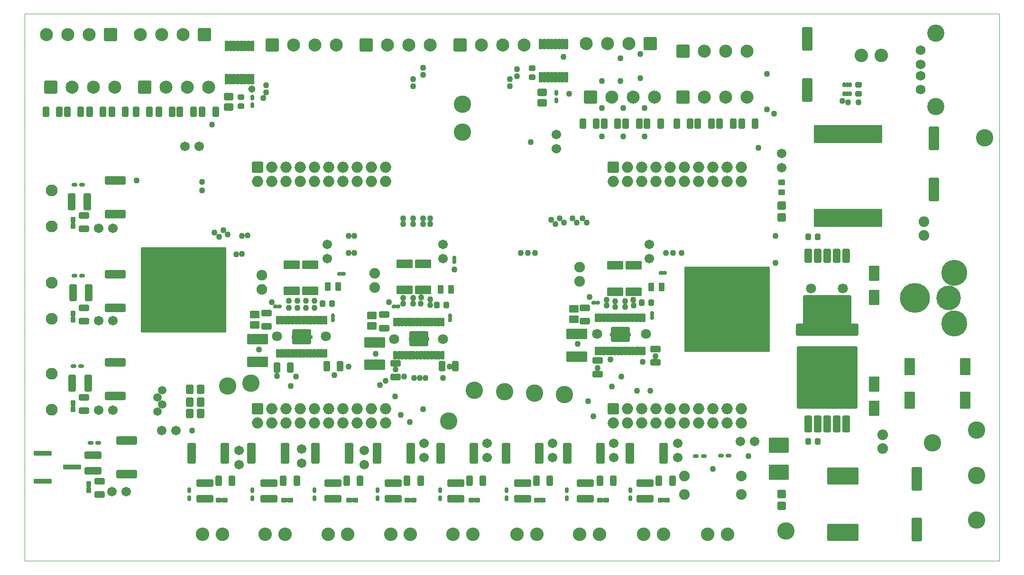
<source format=gbr>
%TF.GenerationSoftware,KiCad,Pcbnew,(6.0.0)*%
%TF.CreationDate,2022-10-28T16:08:40-04:00*%
%TF.ProjectId,Top_Level,546f705f-4c65-4766-956c-2e6b69636164,rev?*%
%TF.SameCoordinates,PX33f5838PY820f690*%
%TF.FileFunction,Soldermask,Top*%
%TF.FilePolarity,Negative*%
%FSLAX46Y46*%
G04 Gerber Fmt 4.6, Leading zero omitted, Abs format (unit mm)*
G04 Created by KiCad (PCBNEW (6.0.0)) date 2022-10-28 16:08:40*
%MOMM*%
%LPD*%
G01*
G04 APERTURE LIST*
G04 Aperture macros list*
%AMRoundRect*
0 Rectangle with rounded corners*
0 $1 Rounding radius*
0 $2 $3 $4 $5 $6 $7 $8 $9 X,Y pos of 4 corners*
0 Add a 4 corners polygon primitive as box body*
4,1,4,$2,$3,$4,$5,$6,$7,$8,$9,$2,$3,0*
0 Add four circle primitives for the rounded corners*
1,1,$1+$1,$2,$3*
1,1,$1+$1,$4,$5*
1,1,$1+$1,$6,$7*
1,1,$1+$1,$8,$9*
0 Add four rect primitives between the rounded corners*
20,1,$1+$1,$2,$3,$4,$5,0*
20,1,$1+$1,$4,$5,$6,$7,0*
20,1,$1+$1,$6,$7,$8,$9,0*
20,1,$1+$1,$8,$9,$2,$3,0*%
G04 Aperture macros list end*
%TA.AperFunction,Profile*%
%ADD10C,0.100000*%
%TD*%
%ADD11C,0.100000*%
%ADD12C,1.704800*%
%ADD13C,3.104800*%
%ADD14C,2.404800*%
%ADD15RoundRect,0.152400X-0.375000X0.300000X-0.375000X-0.300000X0.375000X-0.300000X0.375000X0.300000X0*%
%ADD16RoundRect,0.152400X-0.800000X0.400000X-0.800000X-0.400000X0.800000X-0.400000X0.800000X0.400000X0*%
%ADD17RoundRect,0.152400X-0.400000X-0.800000X0.400000X-0.800000X0.400000X0.800000X-0.400000X0.800000X0*%
%ADD18RoundRect,0.152400X0.500000X0.700000X-0.500000X0.700000X-0.500000X-0.700000X0.500000X-0.700000X0*%
%ADD19RoundRect,0.152400X1.360000X-0.510000X1.360000X0.510000X-1.360000X0.510000X-1.360000X-0.510000X0*%
%ADD20C,1.727200*%
%ADD21C,3.073400*%
%ADD22RoundRect,0.152400X0.800000X-0.400000X0.800000X0.400000X-0.800000X0.400000X-0.800000X-0.400000X0*%
%ADD23RoundRect,0.152400X0.850000X-0.850000X0.850000X0.850000X-0.850000X0.850000X-0.850000X-0.850000X0*%
%ADD24O,2.004800X2.004800*%
%ADD25RoundRect,0.152400X-1.012500X-1.012500X1.012500X-1.012500X1.012500X1.012500X-1.012500X1.012500X0*%
%ADD26C,2.329800*%
%ADD27C,1.504800*%
%ADD28C,1.904800*%
%ADD29RoundRect,0.152400X0.165100X-0.355600X0.165100X0.355600X-0.165100X0.355600X-0.165100X-0.355600X0*%
%ADD30RoundRect,0.152400X-0.400000X0.327800X-0.400000X-0.327800X0.400000X-0.327800X0.400000X0.327800X0*%
%ADD31RoundRect,0.152400X0.700000X-0.500000X0.700000X0.500000X-0.700000X0.500000X-0.700000X-0.500000X0*%
%ADD32RoundRect,0.152400X7.500000X-7.500000X7.500000X7.500000X-7.500000X7.500000X-7.500000X-7.500000X0*%
%ADD33RoundRect,0.152400X1.012500X1.012500X-1.012500X1.012500X-1.012500X-1.012500X1.012500X-1.012500X0*%
%ADD34RoundRect,0.152400X0.475000X-0.375000X0.475000X0.375000X-0.475000X0.375000X-0.475000X-0.375000X0*%
%ADD35RoundRect,0.152400X1.675000X-0.625000X1.675000X0.625000X-1.675000X0.625000X-1.675000X-0.625000X0*%
%ADD36RoundRect,0.152400X-0.152400X0.635000X-0.152400X-0.635000X0.152400X-0.635000X0.152400X0.635000X0*%
%ADD37RoundRect,0.152400X-1.519999X1.170000X-1.519999X-1.170000X1.519999X-1.170000X1.519999X1.170000X0*%
%ADD38RoundRect,0.152400X-0.510000X-1.360000X0.510000X-1.360000X0.510000X1.360000X-0.510000X1.360000X0*%
%ADD39RoundRect,0.152400X0.225000X0.737500X-0.225000X0.737500X-0.225000X-0.737500X0.225000X-0.737500X0*%
%ADD40RoundRect,0.152400X-0.350000X-0.650000X0.350000X-0.650000X0.350000X0.650000X-0.350000X0.650000X0*%
%ADD41RoundRect,0.152400X0.800000X1.225000X-0.800000X1.225000X-0.800000X-1.225000X0.800000X-1.225000X0*%
%ADD42RoundRect,0.152400X0.400000X0.800000X-0.400000X0.800000X-0.400000X-0.800000X0.400000X-0.800000X0*%
%ADD43RoundRect,0.152400X0.625000X1.675000X-0.625000X1.675000X-0.625000X-1.675000X0.625000X-1.675000X0*%
%ADD44RoundRect,0.152400X-0.355600X-0.165100X0.355600X-0.165100X0.355600X0.165100X-0.355600X0.165100X0*%
%ADD45RoundRect,0.152400X-0.600000X0.600000X-0.600000X-0.600000X0.600000X-0.600000X0.600000X0.600000X0*%
%ADD46RoundRect,0.152400X0.535000X1.080000X-0.535000X1.080000X-0.535000X-1.080000X0.535000X-1.080000X0*%
%ADD47RoundRect,0.152400X5.400000X-0.955000X5.400000X0.955000X-5.400000X0.955000X-5.400000X-0.955000X0*%
%ADD48RoundRect,0.152400X4.165000X-2.540000X4.165000X2.540000X-4.165000X2.540000X-4.165000X-2.540000X0*%
%ADD49RoundRect,0.152400X-0.749300X1.955800X-0.749300X-1.955800X0.749300X-1.955800X0.749300X1.955800X0*%
%ADD50RoundRect,0.152400X-0.165100X0.355600X-0.165100X-0.355600X0.165100X-0.355600X0.165100X0.355600X0*%
%ADD51RoundRect,0.152400X-1.485900X-0.279400X1.485900X-0.279400X1.485900X0.279400X-1.485900X0.279400X0*%
%ADD52RoundRect,0.152400X-1.750000X0.800000X-1.750000X-0.800000X1.750000X-0.800000X1.750000X0.800000X0*%
%ADD53RoundRect,0.152400X0.327800X0.400000X-0.327800X0.400000X-0.327800X-0.400000X0.327800X-0.400000X0*%
%ADD54RoundRect,0.152400X-5.956300X-1.485900X5.956300X-1.485900X5.956300X1.485900X-5.956300X1.485900X0*%
%ADD55RoundRect,0.152400X-1.360000X0.510000X-1.360000X-0.510000X1.360000X-0.510000X1.360000X0.510000X0*%
%ADD56RoundRect,0.152400X0.700000X-0.525000X0.700000X0.525000X-0.700000X0.525000X-0.700000X-0.525000X0*%
%ADD57RoundRect,0.152400X0.300000X0.375000X-0.300000X0.375000X-0.300000X-0.375000X0.300000X-0.375000X0*%
%ADD58O,1.904800X1.904800*%
%ADD59RoundRect,0.152400X-0.210000X-0.230000X0.210000X-0.230000X0.210000X0.230000X-0.210000X0.230000X0*%
%ADD60RoundRect,0.152400X-1.650000X1.225000X-1.650000X-1.225000X1.650000X-1.225000X1.650000X1.225000X0*%
%ADD61C,2.104800*%
%ADD62RoundRect,0.152400X-0.327800X-0.400000X0.327800X-0.400000X0.327800X0.400000X-0.327800X0.400000X0*%
%ADD63RoundRect,0.152400X2.654300X-1.397000X2.654300X1.397000X-2.654300X1.397000X-2.654300X-1.397000X0*%
%ADD64RoundRect,0.152400X0.400000X-0.327800X0.400000X0.327800X-0.400000X0.327800X-0.400000X-0.327800X0*%
%ADD65RoundRect,0.152400X-1.320800X0.596900X-1.320800X-0.596900X1.320800X-0.596900X1.320800X0.596900X0*%
%ADD66RoundRect,0.152400X0.230000X-0.210000X0.230000X0.210000X-0.230000X0.210000X-0.230000X-0.210000X0*%
%ADD67RoundRect,0.152400X-0.230000X0.210000X-0.230000X-0.210000X0.230000X-0.210000X0.230000X0.210000X0*%
%ADD68RoundRect,0.152400X0.355600X0.165100X-0.355600X0.165100X-0.355600X-0.165100X0.355600X-0.165100X0*%
%ADD69RoundRect,0.152400X0.749300X-1.955800X0.749300X1.955800X-0.749300X1.955800X-0.749300X-1.955800X0*%
%ADD70RoundRect,0.152400X-0.800000X-1.225000X0.800000X-1.225000X0.800000X1.225000X-0.800000X1.225000X0*%
%ADD71RoundRect,0.152400X0.785000X1.410000X-0.785000X1.410000X-0.785000X-1.410000X0.785000X-1.410000X0*%
%ADD72RoundRect,0.152400X0.150000X0.237500X-0.150000X0.237500X-0.150000X-0.237500X0.150000X-0.237500X0*%
%ADD73RoundRect,0.152400X0.375000X-0.300000X0.375000X0.300000X-0.375000X0.300000X-0.375000X-0.300000X0*%
%ADD74RoundRect,0.152400X-0.508000X-1.346200X0.508000X-1.346200X0.508000X1.346200X-0.508000X1.346200X0*%
%ADD75RoundRect,0.152400X-5.232400X-5.435600X5.232400X-5.435600X5.232400X5.435600X-5.232400X5.435600X0*%
%ADD76C,5.344800*%
%ADD77C,4.369800*%
%ADD78C,4.639800*%
%ADD79C,1.804800*%
%ADD80C,1.104800*%
%ADD81C,1.304800*%
G04 APERTURE END LIST*
D10*
X0Y0D02*
X173990000Y0D01*
X173990000Y0D02*
X173990000Y97790000D01*
X173990000Y97790000D02*
X0Y97790000D01*
X0Y97790000D02*
X0Y0D01*
D11*
%TO.C,IC1*%
X47946501Y40343900D02*
X47666501Y40343900D01*
X47666501Y40343900D02*
X47666501Y39843900D01*
X47666501Y39843900D02*
X47946501Y39843900D01*
X47946501Y39843900D02*
X47946501Y40343900D01*
G36*
X47946501Y39843900D02*
G01*
X47666501Y39843900D01*
X47666501Y40343900D01*
X47946501Y40343900D01*
X47946501Y39843900D01*
G37*
X47946501Y39843900D02*
X47666501Y39843900D01*
X47666501Y40343900D01*
X47946501Y40343900D01*
X47946501Y39843900D01*
X50986499Y40343900D02*
X51266499Y40343900D01*
X51266499Y40343900D02*
X51266499Y39843900D01*
X51266499Y39843900D02*
X50986499Y39843900D01*
X50986499Y39843900D02*
X50986499Y40343900D01*
G36*
X51266499Y39843900D02*
G01*
X50986499Y39843900D01*
X50986499Y40343900D01*
X51266499Y40343900D01*
X51266499Y39843900D01*
G37*
X51266499Y39843900D02*
X50986499Y39843900D01*
X50986499Y40343900D01*
X51266499Y40343900D01*
X51266499Y39843900D01*
%TO.C,IC2*%
X104783001Y40780000D02*
X104503001Y40780000D01*
X104503001Y40780000D02*
X104503001Y40280000D01*
X104503001Y40280000D02*
X104783001Y40280000D01*
X104783001Y40280000D02*
X104783001Y40780000D01*
G36*
X104783001Y40280000D02*
G01*
X104503001Y40280000D01*
X104503001Y40780000D01*
X104783001Y40780000D01*
X104783001Y40280000D01*
G37*
X104783001Y40280000D02*
X104503001Y40280000D01*
X104503001Y40780000D01*
X104783001Y40780000D01*
X104783001Y40280000D01*
X107822999Y40780000D02*
X108102999Y40780000D01*
X108102999Y40780000D02*
X108102999Y40280000D01*
X108102999Y40280000D02*
X107822999Y40280000D01*
X107822999Y40280000D02*
X107822999Y40780000D01*
G36*
X108102999Y40280000D02*
G01*
X107822999Y40280000D01*
X107822999Y40780000D01*
X108102999Y40780000D01*
X108102999Y40280000D01*
G37*
X108102999Y40280000D02*
X107822999Y40280000D01*
X107822999Y40780000D01*
X108102999Y40780000D01*
X108102999Y40280000D01*
%TO.C,IC3*%
X68838683Y40018000D02*
X68558683Y40018000D01*
X68558683Y40018000D02*
X68558683Y39518000D01*
X68558683Y39518000D02*
X68838683Y39518000D01*
X68838683Y39518000D02*
X68838683Y40018000D01*
G36*
X68838683Y39518000D02*
G01*
X68558683Y39518000D01*
X68558683Y40018000D01*
X68838683Y40018000D01*
X68838683Y39518000D01*
G37*
X68838683Y39518000D02*
X68558683Y39518000D01*
X68558683Y40018000D01*
X68838683Y40018000D01*
X68838683Y39518000D01*
X71878681Y40018000D02*
X72158681Y40018000D01*
X72158681Y40018000D02*
X72158681Y39518000D01*
X72158681Y39518000D02*
X71878681Y39518000D01*
X71878681Y39518000D02*
X71878681Y40018000D01*
G36*
X72158681Y39518000D02*
G01*
X71878681Y39518000D01*
X71878681Y40018000D01*
X72158681Y40018000D01*
X72158681Y39518000D01*
G37*
X72158681Y39518000D02*
X71878681Y39518000D01*
X71878681Y40018000D01*
X72158681Y40018000D01*
X72158681Y39518000D01*
D10*
X0Y0D02*
X173990000Y0D01*
X173990000Y0D02*
X173990000Y97790000D01*
X173990000Y97790000D02*
X0Y97790000D01*
X0Y97790000D02*
X0Y0D01*
D11*
%TO.C,IC1*%
X47946501Y40343900D02*
X47666501Y40343900D01*
X47666501Y40343900D02*
X47666501Y39843900D01*
X47666501Y39843900D02*
X47946501Y39843900D01*
X47946501Y39843900D02*
X47946501Y40343900D01*
G36*
X47946501Y39843900D02*
G01*
X47666501Y39843900D01*
X47666501Y40343900D01*
X47946501Y40343900D01*
X47946501Y39843900D01*
G37*
X47946501Y39843900D02*
X47666501Y39843900D01*
X47666501Y40343900D01*
X47946501Y40343900D01*
X47946501Y39843900D01*
X50986499Y40343900D02*
X51266499Y40343900D01*
X51266499Y40343900D02*
X51266499Y39843900D01*
X51266499Y39843900D02*
X50986499Y39843900D01*
X50986499Y39843900D02*
X50986499Y40343900D01*
G36*
X51266499Y39843900D02*
G01*
X50986499Y39843900D01*
X50986499Y40343900D01*
X51266499Y40343900D01*
X51266499Y39843900D01*
G37*
X51266499Y39843900D02*
X50986499Y39843900D01*
X50986499Y40343900D01*
X51266499Y40343900D01*
X51266499Y39843900D01*
%TO.C,IC2*%
X104783001Y40780000D02*
X104503001Y40780000D01*
X104503001Y40780000D02*
X104503001Y40280000D01*
X104503001Y40280000D02*
X104783001Y40280000D01*
X104783001Y40280000D02*
X104783001Y40780000D01*
G36*
X104783001Y40280000D02*
G01*
X104503001Y40280000D01*
X104503001Y40780000D01*
X104783001Y40780000D01*
X104783001Y40280000D01*
G37*
X104783001Y40280000D02*
X104503001Y40280000D01*
X104503001Y40780000D01*
X104783001Y40780000D01*
X104783001Y40280000D01*
X107822999Y40780000D02*
X108102999Y40780000D01*
X108102999Y40780000D02*
X108102999Y40280000D01*
X108102999Y40280000D02*
X107822999Y40280000D01*
X107822999Y40280000D02*
X107822999Y40780000D01*
G36*
X108102999Y40280000D02*
G01*
X107822999Y40280000D01*
X107822999Y40780000D01*
X108102999Y40780000D01*
X108102999Y40280000D01*
G37*
X108102999Y40280000D02*
X107822999Y40280000D01*
X107822999Y40780000D01*
X108102999Y40780000D01*
X108102999Y40280000D01*
%TO.C,IC3*%
X68838683Y40018000D02*
X68558683Y40018000D01*
X68558683Y40018000D02*
X68558683Y39518000D01*
X68558683Y39518000D02*
X68838683Y39518000D01*
X68838683Y39518000D02*
X68838683Y40018000D01*
G36*
X68838683Y39518000D02*
G01*
X68558683Y39518000D01*
X68558683Y40018000D01*
X68838683Y40018000D01*
X68838683Y39518000D01*
G37*
X68838683Y39518000D02*
X68558683Y39518000D01*
X68558683Y40018000D01*
X68838683Y40018000D01*
X68838683Y39518000D01*
X71878681Y40018000D02*
X72158681Y40018000D01*
X72158681Y40018000D02*
X72158681Y39518000D01*
X72158681Y39518000D02*
X71878681Y39518000D01*
X71878681Y39518000D02*
X71878681Y40018000D01*
G36*
X72158681Y39518000D02*
G01*
X71878681Y39518000D01*
X71878681Y40018000D01*
X72158681Y40018000D01*
X72158681Y39518000D01*
G37*
X72158681Y39518000D02*
X71878681Y39518000D01*
X71878681Y40018000D01*
X72158681Y40018000D01*
X72158681Y39518000D01*
%TD*%
D12*
%TO.C,JP2*%
X111506000Y56622000D03*
X111506000Y54082000D03*
%TD*%
D13*
%TO.C,TP15*%
X135890000Y5334000D03*
%TD*%
D14*
%TO.C,J21*%
X42954000Y4806000D03*
X46454000Y4806000D03*
%TD*%
D15*
%TO.C,R74*%
X47413000Y10902000D03*
X46313000Y10902000D03*
%TD*%
D16*
%TO.C,R14*%
X112574000Y37910000D03*
X112574000Y35510000D03*
%TD*%
D14*
%TO.C,J9*%
X110518000Y4806000D03*
X114018000Y4806000D03*
%TD*%
D17*
%TO.C,R64*%
X99659967Y78212000D03*
X102059967Y78212000D03*
%TD*%
D18*
%TO.C,R52*%
X31369000Y28428000D03*
X29469000Y28428000D03*
%TD*%
D19*
%TO.C,C13*%
X88900000Y11150000D03*
X88900000Y13950000D03*
%TD*%
D20*
%TO.C,J6*%
X159919000Y84278099D03*
X159919000Y86778099D03*
X159919000Y88778100D03*
X159919000Y91278100D03*
D21*
X162629000Y81208100D03*
X162629000Y94348099D03*
%TD*%
D16*
%TO.C,R11*%
X99977722Y45251812D03*
X99977722Y42851812D03*
%TD*%
D22*
%TO.C,R13*%
X102310000Y33424000D03*
X102310000Y35824000D03*
%TD*%
D16*
%TO.C,R45*%
X10593000Y29294000D03*
X10593000Y26894000D03*
%TD*%
D12*
%TO.C,JP15*%
X28595000Y74148000D03*
X31135000Y74148000D03*
%TD*%
D23*
%TO.C,J4-J2*%
X41529000Y70358000D03*
D24*
X41529000Y67818000D03*
X44069000Y70358000D03*
X44069000Y67818000D03*
X46609000Y70358000D03*
X46609000Y67818000D03*
X49149000Y70358000D03*
X49149000Y67818000D03*
X51689000Y70358000D03*
X51689000Y67818000D03*
X54229000Y70358000D03*
X54229000Y67818000D03*
X56769000Y70358000D03*
X56769000Y67818000D03*
X59309000Y70358000D03*
X59309000Y67818000D03*
X61849000Y70358000D03*
X61849000Y67818000D03*
X64389000Y70358000D03*
X64389000Y67818000D03*
%TD*%
D25*
%TO.C,J18*%
X21417992Y84691114D03*
D26*
X25227992Y84691114D03*
X29037992Y84691114D03*
X32847992Y84691114D03*
%TD*%
D19*
%TO.C,C39*%
X65814000Y11150000D03*
X65814000Y13950000D03*
%TD*%
D27*
%TO.C,LED1*%
X24511000Y30501000D03*
X23711000Y29231000D03*
X24511000Y27961000D03*
X23711000Y26691000D03*
%TD*%
D28*
%TO.C,C28*%
X153162000Y22586000D03*
X153162000Y20086000D03*
%TD*%
D29*
%TO.C,U12*%
X96774000Y11219500D03*
X96774000Y12616500D03*
%TD*%
D30*
%TO.C,C35*%
X148844000Y85155800D03*
X148844000Y83500200D03*
%TD*%
D25*
%TO.C,J4*%
X44214000Y92264000D03*
D26*
X48024000Y92264000D03*
X51834000Y92264000D03*
X55644000Y92264000D03*
%TD*%
D15*
%TO.C,R17*%
X92498000Y10902000D03*
X91398000Y10902000D03*
%TD*%
D12*
%TO.C,JP20*%
X60579000Y19772000D03*
X60579000Y17232000D03*
%TD*%
D17*
%TO.C,R67*%
X27711414Y80275456D03*
X30111414Y80275456D03*
%TD*%
D25*
%TO.C,J16*%
X4640753Y84691114D03*
D26*
X8450753Y84691114D03*
X12260753Y84691114D03*
X16070753Y84691114D03*
%TD*%
D17*
%TO.C,R63*%
X19878516Y80275456D03*
X22278516Y80275456D03*
%TD*%
D31*
%TO.C,R54*%
X92390463Y81883312D03*
X92390463Y83783312D03*
%TD*%
D32*
%TO.C,HS1*%
X125349000Y44958000D03*
%TD*%
D33*
%TO.C,J14*%
X32063753Y94145650D03*
D26*
X28253753Y94145650D03*
X24443753Y94145650D03*
X20633753Y94145650D03*
%TD*%
D34*
%TO.C,R43*%
X135128000Y65952000D03*
X135128000Y67652000D03*
%TD*%
D35*
%TO.C,R25*%
X16129000Y62024000D03*
X16129000Y68024000D03*
%TD*%
D36*
%TO.C,IC1*%
X53691574Y43065700D03*
X53041563Y43065700D03*
X52391551Y43065700D03*
X51741540Y43065700D03*
X51091528Y43065700D03*
X50441517Y43065700D03*
X49791506Y43065700D03*
X49141494Y43065700D03*
X48491483Y43065700D03*
X47841472Y43065700D03*
X47191460Y43065700D03*
X46541449Y43065700D03*
X45891437Y43065700D03*
X45241426Y43065700D03*
X45241426Y37122100D03*
X45891437Y37122100D03*
X46541449Y37122100D03*
X47191460Y37122100D03*
X47841472Y37122100D03*
X48491483Y37122100D03*
X49141494Y37122100D03*
X49791506Y37122100D03*
X50441517Y37122100D03*
X51091528Y37122100D03*
X51741540Y37122100D03*
X52391551Y37122100D03*
X53041563Y37122100D03*
X53691574Y37122100D03*
D37*
X49466500Y40093900D03*
%TD*%
D19*
%TO.C,C16*%
X76962000Y11150000D03*
X76962000Y13950000D03*
%TD*%
D38*
%TO.C,C31*%
X8506000Y31750000D03*
X11306000Y31750000D03*
%TD*%
%TO.C,C15*%
X8379000Y64242000D03*
X11179000Y64242000D03*
%TD*%
D39*
%TO.C,IC5*%
X36067779Y92065591D03*
X36717779Y92065591D03*
X37367779Y92065591D03*
X38017779Y92065591D03*
X38667779Y92065591D03*
X39317779Y92065591D03*
X39967779Y92065591D03*
X40617779Y92065591D03*
X40617779Y86189591D03*
X39967779Y86189591D03*
X39317779Y86189591D03*
X38667779Y86189591D03*
X38017779Y86189591D03*
X37367779Y86189591D03*
X36717779Y86189591D03*
X36067779Y86189591D03*
%TD*%
D40*
%TO.C,R35*%
X74234682Y48538900D03*
X76134682Y48538900D03*
%TD*%
D16*
%TO.C,R24*%
X10593000Y61806000D03*
X10593000Y59406000D03*
%TD*%
D41*
%TO.C,D3*%
X151638000Y27314000D03*
X151638000Y31614000D03*
%TD*%
D13*
%TO.C,TP7*%
X90982800Y30002800D03*
%TD*%
D12*
%TO.C,JP10*%
X127782000Y21336000D03*
X130322000Y21336000D03*
%TD*%
%TO.C,JP13*%
X105156000Y21042000D03*
X105156000Y18502000D03*
%TD*%
D38*
%TO.C,C14*%
X8633000Y47986000D03*
X11433000Y47986000D03*
%TD*%
D42*
%TO.C,R6*%
X47455000Y34599000D03*
X45055000Y34599000D03*
%TD*%
D35*
%TO.C,R31*%
X18161000Y15542000D03*
X18161000Y21542000D03*
%TD*%
D43*
%TO.C,R79*%
X68913000Y19284000D03*
X62913000Y19284000D03*
%TD*%
D44*
%TO.C,U11*%
X8699500Y34798000D03*
X10096500Y34798000D03*
%TD*%
D30*
%TO.C,C34*%
X38574010Y82964642D03*
X38574010Y81309042D03*
%TD*%
D36*
%TO.C,IC2*%
X110528074Y43501800D03*
X109878063Y43501800D03*
X109228051Y43501800D03*
X108578040Y43501800D03*
X107928028Y43501800D03*
X107278017Y43501800D03*
X106628006Y43501800D03*
X105977994Y43501800D03*
X105327983Y43501800D03*
X104677972Y43501800D03*
X104027960Y43501800D03*
X103377949Y43501800D03*
X102727937Y43501800D03*
X102077926Y43501800D03*
X102077926Y37558200D03*
X102727937Y37558200D03*
X103377949Y37558200D03*
X104027960Y37558200D03*
X104677972Y37558200D03*
X105327983Y37558200D03*
X105977994Y37558200D03*
X106628006Y37558200D03*
X107278017Y37558200D03*
X107928028Y37558200D03*
X108578040Y37558200D03*
X109228051Y37558200D03*
X109878063Y37558200D03*
X110528074Y37558200D03*
D37*
X106303000Y40530000D03*
%TD*%
D17*
%TO.C,R81*%
X57447000Y14383000D03*
X59847000Y14383000D03*
%TD*%
%TO.C,R75*%
X46172000Y14383000D03*
X48572000Y14383000D03*
%TD*%
D12*
%TO.C,JP8*%
X116614000Y21042000D03*
X116614000Y18502000D03*
%TD*%
D43*
%TO.C,R28*%
X80216000Y19284000D03*
X74216000Y19284000D03*
%TD*%
D15*
%TO.C,R26*%
X80814000Y10902000D03*
X79714000Y10902000D03*
%TD*%
D45*
%TO.C,D1*%
X135112060Y11991913D03*
X135112060Y9891913D03*
%TD*%
D25*
%TO.C,J19*%
X101044463Y82921000D03*
D26*
X104854463Y82921000D03*
X108664463Y82921000D03*
X112474463Y82921000D03*
%TD*%
D13*
%TO.C,TP3*%
X40386000Y31780800D03*
%TD*%
D23*
%TO.C,J8-J6*%
X105029000Y70358000D03*
D24*
X105029000Y67818000D03*
X107569000Y70358000D03*
X107569000Y67818000D03*
X110109000Y70358000D03*
X110109000Y67818000D03*
X112649000Y70358000D03*
X112649000Y67818000D03*
X115189000Y70358000D03*
X115189000Y67818000D03*
X117729000Y70358000D03*
X117729000Y67818000D03*
X120269000Y70358000D03*
X120269000Y67818000D03*
X122809000Y70358000D03*
X122809000Y67818000D03*
X125349000Y70358000D03*
X125349000Y67818000D03*
X127889000Y70358000D03*
X127889000Y67818000D03*
%TD*%
D12*
%TO.C,JP18*%
X49403000Y20026000D03*
X49403000Y17486000D03*
%TD*%
D15*
%TO.C,R71*%
X35729000Y10902000D03*
X34629000Y10902000D03*
%TD*%
D46*
%TO.C,IC4*%
X146656000Y54551000D03*
X144956000Y54551000D03*
X143256000Y54551000D03*
X141556000Y54551000D03*
X139856000Y54551000D03*
D47*
X143256000Y41336000D03*
D48*
X143256000Y44831000D03*
%TD*%
D14*
%TO.C,J23*%
X54178000Y4806000D03*
X57678000Y4806000D03*
%TD*%
D12*
%TO.C,JP11*%
X135128000Y72878000D03*
X135128000Y70338000D03*
%TD*%
D17*
%TO.C,R72*%
X34587000Y14383000D03*
X36987000Y14383000D03*
%TD*%
D19*
%TO.C,C37*%
X32131000Y11150000D03*
X32131000Y13950000D03*
%TD*%
D18*
%TO.C,R50*%
X31369000Y30714000D03*
X29469000Y30714000D03*
%TD*%
D49*
%TO.C,C30*%
X162306000Y75533250D03*
X162306000Y66440050D03*
%TD*%
D17*
%TO.C,R48*%
X102659000Y14383000D03*
X105059000Y14383000D03*
%TD*%
D13*
%TO.C,TP4*%
X96342200Y29723400D03*
%TD*%
D19*
%TO.C,C32*%
X100076000Y11150000D03*
X100076000Y13950000D03*
%TD*%
D43*
%TO.C,R19*%
X91900000Y19284000D03*
X85900000Y19284000D03*
%TD*%
D50*
%TO.C,U13*%
X94881700Y83698400D03*
X94881700Y82301400D03*
%TD*%
D13*
%TO.C,TP14*%
X171323000Y75672000D03*
%TD*%
D15*
%TO.C,R32*%
X114624000Y10902000D03*
X113524000Y10902000D03*
%TD*%
D29*
%TO.C,U17*%
X63020000Y11219500D03*
X63020000Y12616500D03*
%TD*%
D51*
%TO.C,U7*%
X3225800Y19264000D03*
X8458200Y16764000D03*
X3225800Y14264000D03*
%TD*%
D17*
%TO.C,R57*%
X7595753Y80275456D03*
X9995753Y80275456D03*
%TD*%
D44*
%TO.C,U4*%
X8864600Y51046700D03*
X10261600Y51046700D03*
%TD*%
D25*
%TO.C,J3*%
X60978000Y92264000D03*
D26*
X64788000Y92264000D03*
X68598000Y92264000D03*
X72408000Y92264000D03*
%TD*%
D52*
%TO.C,C2*%
X41592500Y39642800D03*
X41592500Y35642800D03*
%TD*%
D17*
%TO.C,R18*%
X91356000Y14383000D03*
X93756000Y14383000D03*
%TD*%
D53*
%TO.C,C23*%
X75250482Y45744900D03*
X73594882Y45744900D03*
%TD*%
D17*
%TO.C,R70*%
X111114611Y78212000D03*
X113514611Y78212000D03*
%TD*%
D54*
%TO.C,L2*%
X146939000Y76365100D03*
X146939000Y61328300D03*
%TD*%
D53*
%TO.C,C26*%
X141543800Y57912000D03*
X139888200Y57912000D03*
%TD*%
D55*
%TO.C,C17*%
X12192000Y18926000D03*
X12192000Y16126000D03*
%TD*%
D56*
%TO.C,R12*%
X98020722Y43201812D03*
X98020722Y45101812D03*
%TD*%
D23*
%TO.C,J1-J3*%
X41529000Y27178000D03*
D24*
X41529000Y24638000D03*
X44069000Y27178000D03*
X44069000Y24638000D03*
X46609000Y27178000D03*
X46609000Y24638000D03*
X49149000Y27178000D03*
X49149000Y24638000D03*
X51689000Y27178000D03*
X51689000Y24638000D03*
X54229000Y27178000D03*
X54229000Y24638000D03*
X56769000Y27178000D03*
X56769000Y24638000D03*
X59309000Y27178000D03*
X59309000Y24638000D03*
X61849000Y27178000D03*
X61849000Y24638000D03*
X64389000Y27178000D03*
X64389000Y24638000D03*
%TD*%
D57*
%TO.C,R23*%
X8636000Y59902000D03*
X8636000Y61002000D03*
%TD*%
D43*
%TO.C,R73*%
X35766000Y19284000D03*
X29766000Y19284000D03*
%TD*%
D13*
%TO.C,TP1*%
X75666600Y24999000D03*
%TD*%
D43*
%TO.C,R34*%
X114026000Y19284000D03*
X108026000Y19284000D03*
%TD*%
D28*
%TO.C,C19*%
X62458600Y48895000D03*
X62458600Y51395000D03*
%TD*%
D53*
%TO.C,C5*%
X54866300Y46024800D03*
X53210700Y46024800D03*
%TD*%
D28*
%TO.C,R16*%
X117729000Y15220000D03*
D58*
X127889000Y15220000D03*
%TD*%
D16*
%TO.C,R30*%
X13387000Y14308000D03*
X13387000Y11908000D03*
%TD*%
D29*
%TO.C,U16*%
X40668000Y11219500D03*
X40668000Y12616500D03*
%TD*%
D15*
%TO.C,R77*%
X69412000Y10902000D03*
X68312000Y10902000D03*
%TD*%
D59*
%TO.C,C21*%
X76708000Y54178000D03*
X76708000Y53518000D03*
%TD*%
D12*
%TO.C,JP12*%
X15728000Y26924000D03*
X13188000Y26924000D03*
%TD*%
D42*
%TO.C,R41*%
X76919000Y34853000D03*
X74519000Y34853000D03*
%TD*%
D60*
%TO.C,R42*%
X134620000Y20738000D03*
X134620000Y15838000D03*
%TD*%
D17*
%TO.C,R33*%
X113228000Y14383000D03*
X115628000Y14383000D03*
%TD*%
D61*
%TO.C,S2*%
X4826000Y66250000D03*
X4826000Y59850000D03*
%TD*%
D14*
%TO.C,J2*%
X149380000Y90386000D03*
X152880000Y90386000D03*
%TD*%
D43*
%TO.C,R49*%
X102822000Y19284000D03*
X96822000Y19284000D03*
%TD*%
D12*
%TO.C,JP14*%
X27031000Y23348000D03*
X24491000Y23348000D03*
%TD*%
D62*
%TO.C,C25*%
X139888200Y21336000D03*
X141543800Y21336000D03*
%TD*%
D61*
%TO.C,S1*%
X4826000Y49740000D03*
X4826000Y43340000D03*
%TD*%
D63*
%TO.C,L1*%
X146050000Y5118100D03*
X146050000Y15201900D03*
%TD*%
D64*
%TO.C,C33*%
X90551000Y86464700D03*
X90551000Y88120300D03*
%TD*%
D33*
%TO.C,J12*%
X15290753Y94145650D03*
D26*
X11480753Y94145650D03*
X7670753Y94145650D03*
X3860753Y94145650D03*
%TD*%
D65*
%TO.C,R9*%
X108688722Y52838612D03*
X108688722Y48165012D03*
%TD*%
D12*
%TO.C,JP4*%
X15728000Y42926000D03*
X13188000Y42926000D03*
%TD*%
D56*
%TO.C,R5*%
X41046400Y42210000D03*
X41046400Y44110000D03*
%TD*%
D65*
%TO.C,R3*%
X47688500Y52933600D03*
X47688500Y48260000D03*
%TD*%
D12*
%TO.C,JP16*%
X94869000Y73660000D03*
X94869000Y76200000D03*
%TD*%
%TO.C,JP5*%
X15728000Y59436000D03*
X13188000Y59436000D03*
%TD*%
D18*
%TO.C,R51*%
X31369000Y26396000D03*
X29469000Y26396000D03*
%TD*%
D25*
%TO.C,J17*%
X117545463Y82921000D03*
D26*
X121355463Y82921000D03*
X125165463Y82921000D03*
X128975463Y82921000D03*
%TD*%
D50*
%TO.C,U14*%
X40643967Y82865667D03*
X40643967Y81468667D03*
%TD*%
D28*
%TO.C,C1*%
X42354500Y48584800D03*
X42354500Y51084800D03*
%TD*%
%TO.C,C27*%
X160528000Y58186000D03*
X160528000Y60686000D03*
%TD*%
D40*
%TO.C,R1*%
X54104500Y49072800D03*
X56004500Y49072800D03*
%TD*%
D12*
%TO.C,JP9*%
X74676000Y56622000D03*
X74676000Y54082000D03*
%TD*%
D13*
%TO.C,TP10*%
X169926000Y23368000D03*
%TD*%
D44*
%TO.C,U1*%
X124269500Y18796000D03*
X125666500Y18796000D03*
%TD*%
D17*
%TO.C,R69*%
X31704789Y80275456D03*
X34104789Y80275456D03*
%TD*%
D16*
%TO.C,R38*%
X64187682Y44050900D03*
X64187682Y41650900D03*
%TD*%
D66*
%TO.C,C10*%
X101576722Y46183812D03*
X102236722Y46183812D03*
%TD*%
D13*
%TO.C,TP9*%
X80238600Y30536200D03*
%TD*%
D16*
%TO.C,R4*%
X43205400Y44330800D03*
X43205400Y41930800D03*
%TD*%
D67*
%TO.C,C3*%
X56908500Y51358800D03*
X56248500Y51358800D03*
%TD*%
D43*
%TO.C,R82*%
X57892000Y19284000D03*
X51892000Y19284000D03*
%TD*%
D44*
%TO.C,U8*%
X11747500Y21082000D03*
X13144500Y21082000D03*
%TD*%
D12*
%TO.C,JP7*%
X18141000Y12426000D03*
X15601000Y12426000D03*
%TD*%
D68*
%TO.C,U2*%
X121221500Y18776000D03*
X119824500Y18776000D03*
%TD*%
D69*
%TO.C,C29*%
X159258000Y5613400D03*
X159258000Y14706600D03*
%TD*%
D14*
%TO.C,J7*%
X87912000Y4806000D03*
X91412000Y4806000D03*
%TD*%
D57*
%TO.C,R20*%
X8636000Y43138000D03*
X8636000Y44238000D03*
%TD*%
D13*
%TO.C,TP12*%
X169926000Y15240000D03*
%TD*%
D17*
%TO.C,R61*%
X15571904Y80275456D03*
X17971904Y80275456D03*
%TD*%
D42*
%TO.C,R7*%
X56345000Y34853000D03*
X53945000Y34853000D03*
%TD*%
D66*
%TO.C,C22*%
X65964682Y45490900D03*
X66624682Y45490900D03*
%TD*%
D35*
%TO.C,R46*%
X16129000Y29512000D03*
X16129000Y35512000D03*
%TD*%
D65*
%TO.C,R37*%
X67818682Y53161700D03*
X67818682Y48488100D03*
%TD*%
D13*
%TO.C,TP11*%
X169926000Y7310735D03*
%TD*%
D12*
%TO.C,JP1*%
X54013100Y56622000D03*
X54013100Y54082000D03*
%TD*%
D19*
%TO.C,C38*%
X43561000Y11150000D03*
X43561000Y13950000D03*
%TD*%
D65*
%TO.C,R10*%
X105386722Y52838612D03*
X105386722Y48165012D03*
%TD*%
D35*
%TO.C,R22*%
X16129000Y45240000D03*
X16129000Y51240000D03*
%TD*%
D13*
%TO.C,TP8*%
X85648800Y30256800D03*
%TD*%
D52*
%TO.C,C8*%
X98528722Y40563812D03*
X98528722Y36563812D03*
%TD*%
D69*
%TO.C,C36*%
X139700000Y84232750D03*
X139700000Y93325950D03*
%TD*%
D45*
%TO.C,D2*%
X135128000Y63534000D03*
X135128000Y61434000D03*
%TD*%
D12*
%TO.C,JP6*%
X82550000Y21042000D03*
X82550000Y18502000D03*
%TD*%
D28*
%TO.C,R15*%
X117729000Y11918000D03*
D58*
X127889000Y11918000D03*
%TD*%
D28*
%TO.C,C7*%
X99036722Y50013812D03*
X99036722Y52513812D03*
%TD*%
D39*
%TO.C,IC6*%
X92147463Y92375312D03*
X92797463Y92375312D03*
X93447463Y92375312D03*
X94097463Y92375312D03*
X94747463Y92375312D03*
X95397463Y92375312D03*
X96047463Y92375312D03*
X96697463Y92375312D03*
X96697463Y86499312D03*
X96047463Y86499312D03*
X95397463Y86499312D03*
X94747463Y86499312D03*
X94097463Y86499312D03*
X93447463Y86499312D03*
X92797463Y86499312D03*
X92147463Y86499312D03*
%TD*%
D52*
%TO.C,C20*%
X62484682Y39108900D03*
X62484682Y35108900D03*
%TD*%
D12*
%TO.C,JP3*%
X94234000Y21042000D03*
X94234000Y18502000D03*
%TD*%
D17*
%TO.C,R66*%
X103444361Y78212000D03*
X105844361Y78212000D03*
%TD*%
D15*
%TO.C,R80*%
X58998000Y10902000D03*
X57898000Y10902000D03*
%TD*%
D17*
%TO.C,R78*%
X68270000Y14383000D03*
X70670000Y14383000D03*
%TD*%
D59*
%TO.C,C12*%
X111990722Y44227812D03*
X111990722Y43567812D03*
%TD*%
D70*
%TO.C,D4*%
X151638000Y51426000D03*
X151638000Y47126000D03*
%TD*%
D19*
%TO.C,C18*%
X110772000Y11150000D03*
X110772000Y13950000D03*
%TD*%
D17*
%TO.C,R58*%
X120179423Y78212000D03*
X122579423Y78212000D03*
%TD*%
D40*
%TO.C,R8*%
X111802722Y48977812D03*
X113702722Y48977812D03*
%TD*%
D14*
%TO.C,J1*%
X121948000Y4806000D03*
X125448000Y4806000D03*
%TD*%
D44*
%TO.C,U5*%
X8864600Y67302700D03*
X10261600Y67302700D03*
%TD*%
D71*
%TO.C,F1*%
X167901000Y34793300D03*
X157981000Y34793300D03*
X157981000Y28733300D03*
X167901000Y28733300D03*
%TD*%
D17*
%TO.C,R60*%
X124065520Y78212000D03*
X126465520Y78212000D03*
%TD*%
%TO.C,R68*%
X107292463Y78212000D03*
X109692463Y78212000D03*
%TD*%
D65*
%TO.C,R2*%
X50990500Y52933600D03*
X50990500Y48260000D03*
%TD*%
D72*
%TO.C,IC7*%
X146312000Y83490000D03*
X146812000Y83490000D03*
X147312000Y83490000D03*
X147312000Y85166000D03*
X146812000Y85166000D03*
X146312000Y85166000D03*
%TD*%
D36*
%TO.C,IC3*%
X74583756Y42739800D03*
X73933745Y42739800D03*
X73283733Y42739800D03*
X72633722Y42739800D03*
X71983710Y42739800D03*
X71333699Y42739800D03*
X70683688Y42739800D03*
X70033676Y42739800D03*
X69383665Y42739800D03*
X68733654Y42739800D03*
X68083642Y42739800D03*
X67433631Y42739800D03*
X66783619Y42739800D03*
X66133608Y42739800D03*
X66133608Y36796200D03*
X66783619Y36796200D03*
X67433631Y36796200D03*
X68083642Y36796200D03*
X68733654Y36796200D03*
X69383665Y36796200D03*
X70033676Y36796200D03*
X70683688Y36796200D03*
X71333699Y36796200D03*
X71983710Y36796200D03*
X72633722Y36796200D03*
X73283733Y36796200D03*
X73933745Y36796200D03*
X74583756Y36796200D03*
D37*
X70358682Y39768000D03*
%TD*%
D14*
%TO.C,J22*%
X65334000Y4806000D03*
X68834000Y4806000D03*
%TD*%
D29*
%TO.C,U9*%
X108077000Y11219500D03*
X108077000Y12616500D03*
%TD*%
D73*
%TO.C,R47*%
X102701000Y10902000D03*
X103801000Y10902000D03*
%TD*%
D14*
%TO.C,J11*%
X99088000Y4806000D03*
X102588000Y4806000D03*
%TD*%
D17*
%TO.C,R55*%
X3812141Y80275456D03*
X6212141Y80275456D03*
%TD*%
D19*
%TO.C,C40*%
X54991000Y11150000D03*
X54991000Y13950000D03*
%TD*%
D66*
%TO.C,C4*%
X44818500Y45516800D03*
X45478500Y45516800D03*
%TD*%
D29*
%TO.C,U18*%
X51689000Y11219500D03*
X51689000Y12616500D03*
%TD*%
D25*
%TO.C,J5*%
X77733000Y92264000D03*
D26*
X81543000Y92264000D03*
X85353000Y92264000D03*
X89163000Y92264000D03*
%TD*%
D17*
%TO.C,R62*%
X127996677Y78212000D03*
X130396677Y78212000D03*
%TD*%
D61*
%TO.C,S3*%
X4826000Y33484000D03*
X4826000Y27084000D03*
%TD*%
D74*
%TO.C,U10*%
X139852400Y24485600D03*
X141554200Y24485600D03*
X143256000Y24485600D03*
X144957800Y24485600D03*
X146659600Y24485600D03*
D75*
X143256000Y32766000D03*
%TD*%
D29*
%TO.C,U6*%
X74155300Y11219500D03*
X74155300Y12616500D03*
%TD*%
D17*
%TO.C,R56*%
X116400822Y78212000D03*
X118800822Y78212000D03*
%TD*%
D59*
%TO.C,C6*%
X55054500Y43814800D03*
X55054500Y43154800D03*
%TD*%
D13*
%TO.C,TP6*%
X78105000Y81691800D03*
%TD*%
D33*
%TO.C,J15*%
X111694463Y92511000D03*
D26*
X107884463Y92511000D03*
X104074463Y92511000D03*
X100264463Y92511000D03*
%TD*%
D16*
%TO.C,R21*%
X10593000Y45296000D03*
X10593000Y42896000D03*
%TD*%
D66*
%TO.C,C9*%
X113589000Y51542000D03*
X114249000Y51542000D03*
%TD*%
D53*
%TO.C,C11*%
X111802522Y46183812D03*
X110146922Y46183812D03*
%TD*%
D12*
%TO.C,JP19*%
X71247000Y21042000D03*
X71247000Y18502000D03*
%TD*%
D14*
%TO.C,J20*%
X31778000Y4806000D03*
X35278000Y4806000D03*
%TD*%
D22*
%TO.C,R40*%
X66242000Y32916000D03*
X66242000Y35316000D03*
%TD*%
D31*
%TO.C,R53*%
X36398166Y81115576D03*
X36398166Y83015576D03*
%TD*%
D56*
%TO.C,R39*%
X61976682Y42000900D03*
X61976682Y43900900D03*
%TD*%
D17*
%TO.C,R59*%
X11598225Y80275456D03*
X13998225Y80275456D03*
%TD*%
D43*
%TO.C,R76*%
X46462000Y19284000D03*
X40462000Y19284000D03*
%TD*%
D29*
%TO.C,U3*%
X85991700Y11219500D03*
X85991700Y12616500D03*
%TD*%
%TO.C,U15*%
X29337000Y11219500D03*
X29337000Y12616500D03*
%TD*%
D59*
%TO.C,C24*%
X75946682Y43788900D03*
X75946682Y43128900D03*
%TD*%
D14*
%TO.C,J8*%
X76482000Y4806000D03*
X79982000Y4806000D03*
%TD*%
D57*
%TO.C,R29*%
X11430000Y12658000D03*
X11430000Y13758000D03*
%TD*%
%TO.C,R44*%
X8636000Y27136000D03*
X8636000Y28236000D03*
%TD*%
D13*
%TO.C,TP5*%
X78105000Y76662600D03*
%TD*%
D65*
%TO.C,R36*%
X71120682Y53161700D03*
X71120682Y48488100D03*
%TD*%
D12*
%TO.C,JP17*%
X38227000Y19772000D03*
X38227000Y17232000D03*
%TD*%
D23*
%TO.C,J5-J7*%
X105029000Y27178000D03*
D24*
X105029000Y24638000D03*
X107569000Y27178000D03*
X107569000Y24638000D03*
X110109000Y27178000D03*
X110109000Y24638000D03*
X112649000Y27178000D03*
X112649000Y24638000D03*
X115189000Y27178000D03*
X115189000Y24638000D03*
X117729000Y27178000D03*
X117729000Y24638000D03*
X120269000Y27178000D03*
X120269000Y24638000D03*
X122809000Y27178000D03*
X122809000Y24638000D03*
X125349000Y27178000D03*
X125349000Y24638000D03*
X127889000Y27178000D03*
X127889000Y24638000D03*
%TD*%
D17*
%TO.C,R27*%
X79418000Y14383000D03*
X81818000Y14383000D03*
%TD*%
D13*
%TO.C,TP2*%
X36245800Y31323600D03*
%TD*%
D32*
%TO.C,HS2*%
X28321000Y48494000D03*
%TD*%
D17*
%TO.C,R65*%
X23922213Y80275456D03*
X26322213Y80275456D03*
%TD*%
D25*
%TO.C,J13*%
X117545463Y91111000D03*
D26*
X121355463Y91111000D03*
X125165463Y91111000D03*
X128975463Y91111000D03*
%TD*%
D76*
%TO.C,J10*%
X158922000Y46990000D03*
D77*
X164922000Y46990000D03*
D78*
X165922000Y51490000D03*
X165922000Y42490000D03*
%TD*%
D13*
%TO.C,TP13*%
X162052000Y21082000D03*
%TD*%
D79*
X28498800Y42474200D03*
D80*
X44132500Y46278800D03*
X109321600Y30434600D03*
X100814722Y47199812D03*
X97155000Y83546000D03*
D79*
X125349000Y45192000D03*
X22860000Y48392400D03*
X34163000Y42474200D03*
X106224922Y40618900D03*
D80*
X111658400Y30434600D03*
D79*
X65964482Y39674300D03*
X131013200Y45192000D03*
X25603200Y45522200D03*
X31267400Y51516600D03*
X131013200Y51186400D03*
X125349000Y51186400D03*
D80*
X65024682Y46252900D03*
X148844000Y82022000D03*
X33401000Y78034200D03*
D79*
X140411200Y35712400D03*
X34163000Y54386800D03*
X119710200Y51186400D03*
X31267400Y45522200D03*
D81*
X40526204Y84354635D03*
D79*
X125349000Y39273800D03*
X119710200Y39273800D03*
X119710200Y45192000D03*
X146050000Y35712400D03*
X53759100Y40132000D03*
D80*
X122809000Y16490000D03*
D79*
X140411200Y29794200D03*
X143154400Y45872400D03*
X128117600Y42321800D03*
X22860000Y42474200D03*
X25654000Y51516600D03*
X146050000Y29794200D03*
X102186322Y40618900D03*
X49568100Y40132000D03*
X70460282Y39674300D03*
X140411200Y48742600D03*
X22860000Y54386800D03*
X28498800Y48392400D03*
X110873122Y40618900D03*
X74651282Y39674300D03*
D80*
X76708000Y52070000D03*
D79*
X122504200Y48316200D03*
X45072300Y40132000D03*
X140411200Y42824400D03*
D80*
X132461000Y87102000D03*
D79*
X143154400Y32842200D03*
D80*
X29845000Y23348000D03*
D79*
X122453400Y42321800D03*
X28498800Y54386800D03*
X128117600Y48316200D03*
X146050000Y48742600D03*
X34163000Y48392400D03*
X146050000Y42824400D03*
X131013200Y39273800D03*
D80*
X45008800Y33025400D03*
X55245000Y33254000D03*
X112574000Y36631000D03*
X102235000Y34524000D03*
X90297000Y74910000D03*
X130937000Y73894000D03*
X133985000Y53320000D03*
X133985000Y58146000D03*
X31623000Y67798000D03*
X19939000Y68052000D03*
X31623000Y66274000D03*
X51752500Y45262800D03*
X39771000Y58166000D03*
X38735000Y58146000D03*
X51752500Y46532800D03*
X36195000Y58400000D03*
X35433000Y59162000D03*
X50228500Y45262800D03*
X50228500Y46532800D03*
X33883600Y58704800D03*
X48704500Y45262800D03*
X34691000Y57912000D03*
X48704500Y46532800D03*
X38755000Y54864000D03*
X47180500Y46532800D03*
X37719000Y54844000D03*
X47180500Y45262800D03*
X41783000Y37826000D03*
X62611000Y37064000D03*
X98679000Y38842000D03*
X57785000Y34768695D03*
X47523400Y31259500D03*
X58801000Y58146000D03*
X58801000Y55098000D03*
X67741800Y33000000D03*
X48387000Y33000000D03*
X104521000Y36048000D03*
X68707000Y24821200D03*
X57785000Y55098000D03*
X57785000Y58146000D03*
X108688722Y45675812D03*
X100330000Y60452000D03*
X99568000Y61214000D03*
X108651222Y46691812D03*
X107164722Y46437812D03*
X87884000Y87884000D03*
X107164722Y45421812D03*
X98552000Y60452000D03*
X87884000Y86614000D03*
X97790000Y61214000D03*
X105386722Y46437812D03*
X95504000Y61214000D03*
X86614000Y84836000D03*
X86614000Y86106000D03*
X105386722Y45421812D03*
X96266000Y60452000D03*
X94742000Y60198000D03*
X103862722Y45675812D03*
X93980000Y60960000D03*
X103862722Y46691812D03*
X104851200Y31222000D03*
X106502200Y33000000D03*
X110333000Y35615000D03*
X72390000Y61214000D03*
X72390000Y45725400D03*
X72390000Y60198000D03*
X72390682Y46760900D03*
X71120000Y61214000D03*
X71120000Y86868000D03*
X70739000Y47097000D03*
X71120000Y88138000D03*
X70713600Y46030200D03*
X71120000Y60198000D03*
X69305182Y46055600D03*
X69342000Y84836000D03*
X69342000Y86106000D03*
X69342000Y61214000D03*
X69342682Y47014900D03*
X69342000Y60198000D03*
X67564000Y61214000D03*
X67564682Y45998900D03*
X67564682Y47014900D03*
X67564000Y60198000D03*
X64389000Y32238000D03*
X69469000Y32746000D03*
X67132200Y26142000D03*
X70485000Y32746000D03*
X71145400Y27158000D03*
X71501000Y32746000D03*
X100584000Y28555000D03*
X74676000Y32746000D03*
X75819000Y34778000D03*
X66167000Y34270000D03*
X129159000Y18776000D03*
X101473000Y25888000D03*
X43053000Y85070000D03*
X43053000Y83800000D03*
X42545000Y82784000D03*
X109855000Y86340000D03*
X110617000Y81006000D03*
X109855000Y90658000D03*
X110617000Y75926000D03*
X106299000Y85832000D03*
X106807000Y81006000D03*
X106299000Y89896000D03*
X106807000Y75926000D03*
X102997000Y85832000D03*
X102997000Y81006000D03*
X102997000Y75926000D03*
X96139000Y90150000D03*
X132461000Y80752000D03*
X145923000Y82276000D03*
X133731000Y79990000D03*
X146939000Y82022000D03*
X89789000Y55098000D03*
X88519000Y55098000D03*
X91059000Y55098000D03*
X66090800Y29444000D03*
X63373000Y31476000D03*
X114427000Y55098000D03*
X115755000Y55098000D03*
X117221000Y55098000D03*
G36*
X114024962Y11285851D02*
G01*
X114062034Y11261080D01*
X114108294Y11270283D01*
X114120965Y11282954D01*
X114122897Y11283472D01*
X114124311Y11282058D01*
X114124042Y11280429D01*
X114110086Y11259542D01*
X114098600Y11201801D01*
X114098600Y10602199D01*
X114110086Y10544458D01*
X114125812Y10520923D01*
X114125943Y10518927D01*
X114124280Y10517816D01*
X114123038Y10518149D01*
X114085966Y10542920D01*
X114039706Y10533717D01*
X114027035Y10521046D01*
X114025103Y10520528D01*
X114023689Y10521942D01*
X114023958Y10523571D01*
X114037914Y10544458D01*
X114049400Y10602199D01*
X114049400Y11201801D01*
X114037914Y11259542D01*
X114022188Y11283077D01*
X114022057Y11285073D01*
X114023720Y11286184D01*
X114024962Y11285851D01*
G37*
G36*
X58398962Y11285851D02*
G01*
X58436034Y11261080D01*
X58482294Y11270283D01*
X58494965Y11282954D01*
X58496897Y11283472D01*
X58498311Y11282058D01*
X58498042Y11280429D01*
X58484086Y11259542D01*
X58472600Y11201801D01*
X58472600Y10602199D01*
X58484086Y10544458D01*
X58499812Y10520923D01*
X58499943Y10518927D01*
X58498280Y10517816D01*
X58497038Y10518149D01*
X58459966Y10542920D01*
X58413706Y10533717D01*
X58401035Y10521046D01*
X58399103Y10520528D01*
X58397689Y10521942D01*
X58397958Y10523571D01*
X58411914Y10544458D01*
X58423400Y10602199D01*
X58423400Y11201801D01*
X58411914Y11259542D01*
X58396188Y11283077D01*
X58396057Y11285073D01*
X58397720Y11286184D01*
X58398962Y11285851D01*
G37*
G36*
X91898962Y11285851D02*
G01*
X91936034Y11261080D01*
X91982294Y11270283D01*
X91994965Y11282954D01*
X91996897Y11283472D01*
X91998311Y11282058D01*
X91998042Y11280429D01*
X91984086Y11259542D01*
X91972600Y11201801D01*
X91972600Y10602199D01*
X91984086Y10544458D01*
X91999812Y10520923D01*
X91999943Y10518927D01*
X91998280Y10517816D01*
X91997038Y10518149D01*
X91959966Y10542920D01*
X91913706Y10533717D01*
X91901035Y10521046D01*
X91899103Y10520528D01*
X91897689Y10521942D01*
X91897958Y10523571D01*
X91911914Y10544458D01*
X91923400Y10602199D01*
X91923400Y11201801D01*
X91911914Y11259542D01*
X91896188Y11283077D01*
X91896057Y11285073D01*
X91897720Y11286184D01*
X91898962Y11285851D01*
G37*
G36*
X68812962Y11285851D02*
G01*
X68850034Y11261080D01*
X68896294Y11270283D01*
X68908965Y11282954D01*
X68910897Y11283472D01*
X68912311Y11282058D01*
X68912042Y11280429D01*
X68898086Y11259542D01*
X68886600Y11201801D01*
X68886600Y10602199D01*
X68898086Y10544458D01*
X68913812Y10520923D01*
X68913943Y10518927D01*
X68912280Y10517816D01*
X68911038Y10518149D01*
X68873966Y10542920D01*
X68827706Y10533717D01*
X68815035Y10521046D01*
X68813103Y10520528D01*
X68811689Y10521942D01*
X68811958Y10523571D01*
X68825914Y10544458D01*
X68837400Y10602199D01*
X68837400Y11201801D01*
X68825914Y11259542D01*
X68810188Y11283077D01*
X68810057Y11285073D01*
X68811720Y11286184D01*
X68812962Y11285851D01*
G37*
G36*
X46813962Y11285851D02*
G01*
X46851034Y11261080D01*
X46897294Y11270283D01*
X46909965Y11282954D01*
X46911897Y11283472D01*
X46913311Y11282058D01*
X46913042Y11280429D01*
X46899086Y11259542D01*
X46887600Y11201801D01*
X46887600Y10602199D01*
X46899086Y10544458D01*
X46914812Y10520923D01*
X46914943Y10518927D01*
X46913280Y10517816D01*
X46912038Y10518149D01*
X46874966Y10542920D01*
X46828706Y10533717D01*
X46816035Y10521046D01*
X46814103Y10520528D01*
X46812689Y10521942D01*
X46812958Y10523571D01*
X46826914Y10544458D01*
X46838400Y10602199D01*
X46838400Y11201801D01*
X46826914Y11259542D01*
X46811188Y11283077D01*
X46811057Y11285073D01*
X46812720Y11286184D01*
X46813962Y11285851D01*
G37*
G36*
X80214962Y11285851D02*
G01*
X80252034Y11261080D01*
X80298294Y11270283D01*
X80310965Y11282954D01*
X80312897Y11283472D01*
X80314311Y11282058D01*
X80314042Y11280429D01*
X80300086Y11259542D01*
X80288600Y11201801D01*
X80288600Y10602199D01*
X80300086Y10544458D01*
X80315812Y10520923D01*
X80315943Y10518927D01*
X80314280Y10517816D01*
X80313038Y10518149D01*
X80275966Y10542920D01*
X80229706Y10533717D01*
X80217035Y10521046D01*
X80215103Y10520528D01*
X80213689Y10521942D01*
X80213958Y10523571D01*
X80227914Y10544458D01*
X80239400Y10602199D01*
X80239400Y11201801D01*
X80227914Y11259542D01*
X80212188Y11283077D01*
X80212057Y11285073D01*
X80213720Y11286184D01*
X80214962Y11285851D01*
G37*
G36*
X103201962Y11285851D02*
G01*
X103239034Y11261080D01*
X103285294Y11270283D01*
X103297965Y11282954D01*
X103299897Y11283472D01*
X103301311Y11282058D01*
X103301042Y11280429D01*
X103287086Y11259542D01*
X103275600Y11201801D01*
X103275600Y10602199D01*
X103287086Y10544458D01*
X103302812Y10520923D01*
X103302943Y10518927D01*
X103301280Y10517816D01*
X103300038Y10518149D01*
X103262966Y10542920D01*
X103216706Y10533717D01*
X103204035Y10521046D01*
X103202103Y10520528D01*
X103200689Y10521942D01*
X103200958Y10523571D01*
X103214914Y10544458D01*
X103226400Y10602199D01*
X103226400Y11201801D01*
X103214914Y11259542D01*
X103199188Y11283077D01*
X103199057Y11285073D01*
X103200720Y11286184D01*
X103201962Y11285851D01*
G37*
G36*
X35129962Y11285851D02*
G01*
X35167034Y11261080D01*
X35213294Y11270283D01*
X35225965Y11282954D01*
X35227897Y11283472D01*
X35229311Y11282058D01*
X35229042Y11280429D01*
X35215086Y11259542D01*
X35203600Y11201801D01*
X35203600Y10602199D01*
X35215086Y10544458D01*
X35230812Y10520923D01*
X35230943Y10518927D01*
X35229280Y10517816D01*
X35228038Y10518149D01*
X35190966Y10542920D01*
X35144706Y10533717D01*
X35132035Y10521046D01*
X35130103Y10520528D01*
X35128689Y10521942D01*
X35128958Y10523571D01*
X35142914Y10544458D01*
X35154400Y10602199D01*
X35154400Y11201801D01*
X35142914Y11259542D01*
X35127188Y11283077D01*
X35127057Y11285073D01*
X35128720Y11286184D01*
X35129962Y11285851D01*
G37*
G36*
X11814184Y13258280D02*
G01*
X11813851Y13257038D01*
X11789080Y13219966D01*
X11798283Y13173706D01*
X11810954Y13161035D01*
X11811472Y13159103D01*
X11810058Y13157689D01*
X11808429Y13157958D01*
X11787542Y13171914D01*
X11729801Y13183400D01*
X11130199Y13183400D01*
X11072458Y13171914D01*
X11048923Y13156188D01*
X11046927Y13156057D01*
X11045816Y13157720D01*
X11046149Y13158962D01*
X11070920Y13196034D01*
X11061717Y13242294D01*
X11049046Y13254965D01*
X11048528Y13256897D01*
X11049942Y13258311D01*
X11051571Y13258042D01*
X11072458Y13244086D01*
X11130199Y13232600D01*
X11729801Y13232600D01*
X11787542Y13244086D01*
X11811077Y13259812D01*
X11813073Y13259943D01*
X11814184Y13258280D01*
G37*
G36*
X23903842Y27524015D02*
G01*
X23916476Y27503154D01*
X24032684Y27382818D01*
X24172667Y27291215D01*
X24329469Y27232901D01*
X24380823Y27226049D01*
X24382408Y27224829D01*
X24382144Y27222847D01*
X24381073Y27222134D01*
X24335907Y27210117D01*
X24312338Y27169457D01*
X24321019Y27129308D01*
X24320407Y27127403D01*
X24318453Y27126981D01*
X24317368Y27127825D01*
X24299073Y27157103D01*
X24181199Y27275803D01*
X24039945Y27365445D01*
X23882352Y27421561D01*
X23840798Y27426516D01*
X23839197Y27427714D01*
X23839434Y27429700D01*
X23840494Y27430427D01*
X23885488Y27443075D01*
X23908496Y27484075D01*
X23900176Y27522556D01*
X23900788Y27524461D01*
X23902742Y27524883D01*
X23903842Y27524015D01*
G37*
G36*
X9020184Y27736280D02*
G01*
X9019851Y27735038D01*
X8995080Y27697966D01*
X9004283Y27651706D01*
X9016954Y27639035D01*
X9017472Y27637103D01*
X9016058Y27635689D01*
X9014429Y27635958D01*
X8993542Y27649914D01*
X8935801Y27661400D01*
X8336199Y27661400D01*
X8278458Y27649914D01*
X8254923Y27634188D01*
X8252927Y27634057D01*
X8251816Y27635720D01*
X8252149Y27636962D01*
X8276920Y27674034D01*
X8267717Y27720294D01*
X8255046Y27732965D01*
X8254528Y27734897D01*
X8255942Y27736311D01*
X8257571Y27736042D01*
X8278458Y27722086D01*
X8336199Y27710600D01*
X8935801Y27710600D01*
X8993542Y27722086D01*
X9017077Y27737812D01*
X9019073Y27737943D01*
X9020184Y27736280D01*
G37*
G36*
X24321387Y28796757D02*
G01*
X24321559Y28795483D01*
X24312561Y28749619D01*
X24338773Y28710610D01*
X24378665Y28700812D01*
X24380109Y28699428D01*
X24379632Y28697486D01*
X24378397Y28696881D01*
X24349865Y28693882D01*
X24191500Y28639971D01*
X24049016Y28552314D01*
X23929491Y28435267D01*
X23903450Y28394860D01*
X23901671Y28393945D01*
X23899990Y28395029D01*
X23899801Y28396301D01*
X23908158Y28442284D01*
X23881394Y28480936D01*
X23843157Y28490328D01*
X23841713Y28491712D01*
X23842190Y28493654D01*
X23843453Y28494262D01*
X23861888Y28495940D01*
X24020988Y28547634D01*
X24164685Y28633295D01*
X24285828Y28748658D01*
X24317930Y28796975D01*
X24319722Y28797864D01*
X24321387Y28796757D01*
G37*
G36*
X23903842Y30064015D02*
G01*
X23916476Y30043154D01*
X24032684Y29922818D01*
X24172667Y29831215D01*
X24329469Y29772901D01*
X24380823Y29766049D01*
X24382408Y29764829D01*
X24382144Y29762847D01*
X24381073Y29762134D01*
X24335907Y29750117D01*
X24312338Y29709457D01*
X24321019Y29669308D01*
X24320407Y29667403D01*
X24318453Y29666981D01*
X24317368Y29667825D01*
X24299073Y29697103D01*
X24181199Y29815803D01*
X24039945Y29905445D01*
X23882352Y29961561D01*
X23840798Y29966516D01*
X23839197Y29967714D01*
X23839434Y29969700D01*
X23840494Y29970427D01*
X23885488Y29983075D01*
X23908496Y30024075D01*
X23900176Y30062556D01*
X23900788Y30064461D01*
X23902742Y30064883D01*
X23903842Y30064015D01*
G37*
G36*
X67196383Y32962283D02*
G01*
X67210172Y32857550D01*
X67265154Y32724810D01*
X67339551Y32627854D01*
X67339812Y32625871D01*
X67338225Y32624653D01*
X67336618Y32625157D01*
X67322640Y32637876D01*
X67322326Y32638239D01*
X67309166Y32657823D01*
X67269707Y32684039D01*
X67223690Y32674761D01*
X67197531Y32635387D01*
X67196391Y32623660D01*
X67195228Y32622032D01*
X67193237Y32622226D01*
X67192400Y32623853D01*
X67192400Y32962022D01*
X67193400Y32963754D01*
X67195400Y32963754D01*
X67196383Y32962283D01*
G37*
G36*
X67343359Y33378221D02*
G01*
X67342983Y33376618D01*
X67265154Y33275190D01*
X67210172Y33142450D01*
X67196383Y33037717D01*
X67195165Y33036130D01*
X67193182Y33036391D01*
X67192400Y33037978D01*
X67192400Y33315801D01*
X67186307Y33346431D01*
X67186950Y33348325D01*
X67188912Y33348715D01*
X67189932Y33347932D01*
X67214701Y33310863D01*
X67260757Y33301702D01*
X67299315Y33326813D01*
X67329996Y33370469D01*
X67330317Y33370826D01*
X67340081Y33379343D01*
X67342044Y33379728D01*
X67343359Y33378221D01*
G37*
G36*
X45263902Y33647600D02*
G01*
X45263902Y33645600D01*
X45262935Y33644752D01*
X45218802Y33626472D01*
X45200838Y33583102D01*
X45218906Y33539480D01*
X45233525Y33528683D01*
X45245792Y33522188D01*
X45246855Y33520493D01*
X45245919Y33518726D01*
X45244091Y33518572D01*
X45151250Y33557028D01*
X45008800Y33575783D01*
X44866350Y33557028D01*
X44775841Y33519538D01*
X44773858Y33519799D01*
X44773093Y33521647D01*
X44774159Y33523163D01*
X44784051Y33528269D01*
X44814630Y33564454D01*
X44810701Y33611232D01*
X44774642Y33641704D01*
X44755891Y33644624D01*
X44754334Y33645878D01*
X44754641Y33647855D01*
X44756199Y33648600D01*
X45262170Y33648600D01*
X45263902Y33647600D01*
G37*
G36*
X101882098Y34106985D02*
G01*
X101959810Y34047354D01*
X102092550Y33992372D01*
X102198802Y33978383D01*
X102200389Y33977165D01*
X102200128Y33975182D01*
X102198541Y33974400D01*
X101858514Y33974400D01*
X101856782Y33975400D01*
X101856782Y33977400D01*
X101857749Y33978248D01*
X101901882Y33996528D01*
X101919836Y34039873D01*
X101899589Y34085669D01*
X101879534Y34103919D01*
X101878926Y34105824D01*
X101880272Y34107303D01*
X101882098Y34106985D01*
G37*
G36*
X102585775Y34101570D02*
G01*
X102585091Y34099788D01*
X102570025Y34086921D01*
X102548518Y34044711D01*
X102563024Y34000066D01*
X102605199Y33978577D01*
X102609742Y33978398D01*
X102611433Y33977331D01*
X102611354Y33975333D01*
X102609663Y33974400D01*
X102271459Y33974400D01*
X102269727Y33975400D01*
X102269727Y33977400D01*
X102271198Y33978383D01*
X102377450Y33992372D01*
X102510190Y34047354D01*
X102582574Y34102896D01*
X102584557Y34103157D01*
X102585775Y34101570D01*
G37*
G36*
X76367818Y34743128D02*
G01*
X76368600Y34741541D01*
X76368600Y34403895D01*
X76367600Y34402163D01*
X76365600Y34402163D01*
X76364752Y34403130D01*
X76346472Y34447263D01*
X76303102Y34465227D01*
X76259412Y34447131D01*
X76253112Y34439714D01*
X76226902Y34403240D01*
X76226577Y34402886D01*
X76218982Y34396399D01*
X76217015Y34396035D01*
X76215716Y34397555D01*
X76216096Y34399138D01*
X76295646Y34502810D01*
X76350628Y34635550D01*
X76364617Y34741802D01*
X76365835Y34743389D01*
X76367818Y34743128D01*
G37*
G36*
X76222453Y35155090D02*
G01*
X76234342Y35144497D01*
X76234660Y35144137D01*
X76252192Y35118627D01*
X76291923Y35092825D01*
X76337841Y35102585D01*
X76363590Y35142234D01*
X76364608Y35153316D01*
X76365763Y35154949D01*
X76367754Y35154766D01*
X76368600Y35153133D01*
X76368600Y34814459D01*
X76367600Y34812727D01*
X76365600Y34812727D01*
X76364617Y34814198D01*
X76350628Y34920450D01*
X76295646Y35053190D01*
X76219536Y35152379D01*
X76219275Y35154362D01*
X76220862Y35155580D01*
X76222453Y35155090D01*
G37*
G36*
X112221095Y36213987D02*
G01*
X112298810Y36154354D01*
X112431550Y36099372D01*
X112574000Y36080617D01*
X112716450Y36099372D01*
X112849190Y36154354D01*
X112921575Y36209897D01*
X112923558Y36210158D01*
X112924776Y36208571D01*
X112924092Y36206789D01*
X112884437Y36172921D01*
X112862930Y36130711D01*
X112877436Y36086066D01*
X112919611Y36064577D01*
X112924154Y36064398D01*
X112925845Y36063331D01*
X112925766Y36061333D01*
X112924075Y36060400D01*
X112222869Y36060400D01*
X112221137Y36061400D01*
X112221137Y36063400D01*
X112222104Y36064248D01*
X112266237Y36082528D01*
X112284201Y36125898D01*
X112266131Y36169525D01*
X112254459Y36178240D01*
X112254310Y36178364D01*
X112218531Y36210921D01*
X112217923Y36212826D01*
X112219269Y36214305D01*
X112221095Y36213987D01*
G37*
G36*
X68359610Y37518634D02*
G01*
X68396682Y37493863D01*
X68442942Y37503066D01*
X68455613Y37515737D01*
X68457545Y37516255D01*
X68458959Y37514841D01*
X68458690Y37513212D01*
X68442340Y37488742D01*
X68430854Y37431001D01*
X68430854Y36161399D01*
X68442340Y36103658D01*
X68460460Y36076540D01*
X68460591Y36074544D01*
X68458928Y36073433D01*
X68457686Y36073766D01*
X68420614Y36098537D01*
X68374354Y36089334D01*
X68361683Y36076663D01*
X68359751Y36076145D01*
X68358337Y36077559D01*
X68358606Y36079188D01*
X68374956Y36103658D01*
X68386442Y36161399D01*
X68386442Y37431001D01*
X68374956Y37488742D01*
X68356836Y37515860D01*
X68356705Y37517856D01*
X68358368Y37518967D01*
X68359610Y37518634D01*
G37*
G36*
X66409576Y37518634D02*
G01*
X66446648Y37493863D01*
X66492908Y37503066D01*
X66505576Y37515734D01*
X66507508Y37516252D01*
X66508922Y37514838D01*
X66508653Y37513209D01*
X66492305Y37488742D01*
X66480819Y37431001D01*
X66480819Y36161399D01*
X66492305Y36103658D01*
X66510424Y36076540D01*
X66510555Y36074544D01*
X66508892Y36073433D01*
X66507650Y36073766D01*
X66470581Y36098537D01*
X66424321Y36089335D01*
X66411649Y36076663D01*
X66409717Y36076145D01*
X66408303Y36077559D01*
X66408572Y36079188D01*
X66424922Y36103658D01*
X66436408Y36161399D01*
X66436408Y37431001D01*
X66424922Y37488742D01*
X66406802Y37515860D01*
X66406671Y37517856D01*
X66408334Y37518967D01*
X66409576Y37518634D01*
G37*
G36*
X72909690Y37518634D02*
G01*
X72946762Y37493863D01*
X72993022Y37503066D01*
X73005690Y37515734D01*
X73007622Y37516252D01*
X73009036Y37514838D01*
X73008767Y37513209D01*
X72992419Y37488742D01*
X72980933Y37431001D01*
X72980933Y36161399D01*
X72992419Y36103658D01*
X73010538Y36076540D01*
X73010669Y36074544D01*
X73009006Y36073433D01*
X73007764Y36073766D01*
X72970695Y36098537D01*
X72924435Y36089335D01*
X72911763Y36076663D01*
X72909831Y36076145D01*
X72908417Y36077559D01*
X72908686Y36079188D01*
X72925036Y36103658D01*
X72936522Y36161399D01*
X72936522Y37431001D01*
X72925036Y37488742D01*
X72906916Y37515860D01*
X72906785Y37517856D01*
X72908448Y37518967D01*
X72909690Y37518634D01*
G37*
G36*
X72259678Y37518634D02*
G01*
X72296750Y37493863D01*
X72343010Y37503066D01*
X72355681Y37515737D01*
X72357613Y37516255D01*
X72359027Y37514841D01*
X72358758Y37513212D01*
X72342408Y37488742D01*
X72330922Y37431001D01*
X72330922Y36161399D01*
X72342408Y36103658D01*
X72360528Y36076540D01*
X72360659Y36074544D01*
X72358996Y36073433D01*
X72357754Y36073766D01*
X72320682Y36098537D01*
X72274422Y36089334D01*
X72261751Y36076663D01*
X72259819Y36076145D01*
X72258405Y36077559D01*
X72258674Y36079188D01*
X72275024Y36103658D01*
X72286510Y36161399D01*
X72286510Y37431001D01*
X72275024Y37488742D01*
X72256904Y37515860D01*
X72256773Y37517856D01*
X72258436Y37518967D01*
X72259678Y37518634D01*
G37*
G36*
X74209713Y37518634D02*
G01*
X74246785Y37493863D01*
X74293045Y37503066D01*
X74305713Y37515734D01*
X74307645Y37516252D01*
X74309059Y37514838D01*
X74308790Y37513209D01*
X74292442Y37488742D01*
X74280956Y37431001D01*
X74280956Y36161399D01*
X74292442Y36103658D01*
X74310561Y36076540D01*
X74310692Y36074544D01*
X74309029Y36073433D01*
X74307787Y36073766D01*
X74270718Y36098537D01*
X74224458Y36089335D01*
X74211786Y36076663D01*
X74209854Y36076145D01*
X74208440Y36077559D01*
X74208709Y36079188D01*
X74225059Y36103658D01*
X74236545Y36161399D01*
X74236545Y37431001D01*
X74225059Y37488742D01*
X74206939Y37515860D01*
X74206808Y37517856D01*
X74208471Y37518967D01*
X74209713Y37518634D01*
G37*
G36*
X69009622Y37518634D02*
G01*
X69046694Y37493863D01*
X69092954Y37503066D01*
X69105622Y37515734D01*
X69107554Y37516252D01*
X69108968Y37514838D01*
X69108699Y37513209D01*
X69092351Y37488742D01*
X69080865Y37431001D01*
X69080865Y36161399D01*
X69092351Y36103658D01*
X69110470Y36076540D01*
X69110601Y36074544D01*
X69108938Y36073433D01*
X69107696Y36073766D01*
X69070627Y36098537D01*
X69024367Y36089335D01*
X69011695Y36076663D01*
X69009763Y36076145D01*
X69008349Y36077559D01*
X69008618Y36079188D01*
X69024968Y36103658D01*
X69036454Y36161399D01*
X69036454Y37431001D01*
X69024968Y37488742D01*
X69006848Y37515860D01*
X69006717Y37517856D01*
X69008380Y37518967D01*
X69009622Y37518634D01*
G37*
G36*
X71609667Y37518634D02*
G01*
X71646739Y37493863D01*
X71692999Y37503066D01*
X71705667Y37515734D01*
X71707599Y37516252D01*
X71709013Y37514838D01*
X71708744Y37513209D01*
X71692396Y37488742D01*
X71680910Y37431001D01*
X71680910Y36161399D01*
X71692396Y36103658D01*
X71710515Y36076540D01*
X71710646Y36074544D01*
X71708983Y36073433D01*
X71707741Y36073766D01*
X71670672Y36098537D01*
X71624412Y36089335D01*
X71611740Y36076663D01*
X71609808Y36076145D01*
X71608394Y36077559D01*
X71608663Y36079188D01*
X71625013Y36103658D01*
X71636499Y36161399D01*
X71636499Y37431001D01*
X71625013Y37488742D01*
X71606893Y37515860D01*
X71606762Y37517856D01*
X71608425Y37518967D01*
X71609667Y37518634D01*
G37*
G36*
X69659633Y37518634D02*
G01*
X69696705Y37493863D01*
X69742965Y37503066D01*
X69755633Y37515734D01*
X69757565Y37516252D01*
X69758979Y37514838D01*
X69758710Y37513209D01*
X69742362Y37488742D01*
X69730876Y37431001D01*
X69730876Y36161399D01*
X69742362Y36103658D01*
X69760481Y36076540D01*
X69760612Y36074544D01*
X69758949Y36073433D01*
X69757707Y36073766D01*
X69720638Y36098537D01*
X69674378Y36089335D01*
X69661706Y36076663D01*
X69659774Y36076145D01*
X69658360Y36077559D01*
X69658629Y36079188D01*
X69674979Y36103658D01*
X69686465Y36161399D01*
X69686465Y37431001D01*
X69674979Y37488742D01*
X69656859Y37515860D01*
X69656728Y37517856D01*
X69658391Y37518967D01*
X69659633Y37518634D01*
G37*
G36*
X67709599Y37518634D02*
G01*
X67746671Y37493863D01*
X67792931Y37503066D01*
X67805599Y37515734D01*
X67807531Y37516252D01*
X67808945Y37514838D01*
X67808676Y37513209D01*
X67792328Y37488742D01*
X67780842Y37431001D01*
X67780842Y36161399D01*
X67792328Y36103658D01*
X67810447Y36076540D01*
X67810578Y36074544D01*
X67808915Y36073433D01*
X67807673Y36073766D01*
X67770604Y36098537D01*
X67724344Y36089335D01*
X67711672Y36076663D01*
X67709740Y36076145D01*
X67708326Y36077559D01*
X67708595Y36079188D01*
X67724945Y36103658D01*
X67736431Y36161399D01*
X67736431Y37431001D01*
X67724945Y37488742D01*
X67706825Y37515860D01*
X67706694Y37517856D01*
X67708357Y37518967D01*
X67709599Y37518634D01*
G37*
G36*
X70309644Y37518634D02*
G01*
X70346716Y37493863D01*
X70392976Y37503066D01*
X70405647Y37515737D01*
X70407579Y37516255D01*
X70408993Y37514841D01*
X70408724Y37513212D01*
X70392374Y37488742D01*
X70380888Y37431001D01*
X70380888Y36161399D01*
X70392374Y36103658D01*
X70410494Y36076540D01*
X70410625Y36074544D01*
X70408962Y36073433D01*
X70407720Y36073766D01*
X70370648Y36098537D01*
X70324388Y36089334D01*
X70311717Y36076663D01*
X70309785Y36076145D01*
X70308371Y36077559D01*
X70308640Y36079188D01*
X70324990Y36103658D01*
X70336476Y36161399D01*
X70336476Y37431001D01*
X70324990Y37488742D01*
X70306870Y37515860D01*
X70306739Y37517856D01*
X70308402Y37518967D01*
X70309644Y37518634D01*
G37*
G36*
X67059587Y37518634D02*
G01*
X67096659Y37493863D01*
X67142919Y37503066D01*
X67155590Y37515737D01*
X67157522Y37516255D01*
X67158936Y37514841D01*
X67158667Y37513212D01*
X67142317Y37488742D01*
X67130831Y37431001D01*
X67130831Y36161399D01*
X67142317Y36103658D01*
X67160437Y36076540D01*
X67160568Y36074544D01*
X67158905Y36073433D01*
X67157663Y36073766D01*
X67120591Y36098537D01*
X67074331Y36089334D01*
X67061660Y36076663D01*
X67059728Y36076145D01*
X67058314Y36077559D01*
X67058583Y36079188D01*
X67074933Y36103658D01*
X67086419Y36161399D01*
X67086419Y37431001D01*
X67074933Y37488742D01*
X67056813Y37515860D01*
X67056682Y37517856D01*
X67058345Y37518967D01*
X67059587Y37518634D01*
G37*
G36*
X70959656Y37518634D02*
G01*
X70996728Y37493863D01*
X71042988Y37503066D01*
X71055656Y37515734D01*
X71057588Y37516252D01*
X71059002Y37514838D01*
X71058733Y37513209D01*
X71042385Y37488742D01*
X71030899Y37431001D01*
X71030899Y36161399D01*
X71042385Y36103658D01*
X71060504Y36076540D01*
X71060635Y36074544D01*
X71058972Y36073433D01*
X71057730Y36073766D01*
X71020661Y36098537D01*
X70974401Y36089335D01*
X70961729Y36076663D01*
X70959797Y36076145D01*
X70958383Y36077559D01*
X70958652Y36079188D01*
X70975002Y36103658D01*
X70986488Y36161399D01*
X70986488Y37431001D01*
X70975002Y37488742D01*
X70956882Y37515860D01*
X70956751Y37517856D01*
X70958414Y37518967D01*
X70959656Y37518634D01*
G37*
G36*
X73559701Y37518634D02*
G01*
X73596773Y37493863D01*
X73643033Y37503066D01*
X73655704Y37515737D01*
X73657636Y37516255D01*
X73659050Y37514841D01*
X73658781Y37513212D01*
X73642431Y37488742D01*
X73630945Y37431001D01*
X73630945Y36161399D01*
X73642431Y36103658D01*
X73660551Y36076540D01*
X73660682Y36074544D01*
X73659019Y36073433D01*
X73657777Y36073766D01*
X73620705Y36098537D01*
X73574445Y36089334D01*
X73561774Y36076663D01*
X73559842Y36076145D01*
X73558428Y36077559D01*
X73558697Y36079188D01*
X73575047Y36103658D01*
X73586533Y36161399D01*
X73586533Y37431001D01*
X73575047Y37488742D01*
X73556927Y37515860D01*
X73556796Y37517856D01*
X73558459Y37518967D01*
X73559701Y37518634D01*
G37*
G36*
X47467428Y37844534D02*
G01*
X47504500Y37819763D01*
X47550760Y37828966D01*
X47563431Y37841637D01*
X47565363Y37842155D01*
X47566777Y37840741D01*
X47566508Y37839112D01*
X47550158Y37814642D01*
X47538672Y37756901D01*
X47538672Y36487299D01*
X47550158Y36429558D01*
X47568278Y36402440D01*
X47568409Y36400444D01*
X47566746Y36399333D01*
X47565504Y36399666D01*
X47528432Y36424437D01*
X47482172Y36415234D01*
X47469501Y36402563D01*
X47467569Y36402045D01*
X47466155Y36403459D01*
X47466424Y36405088D01*
X47482774Y36429558D01*
X47494260Y36487299D01*
X47494260Y37756901D01*
X47482774Y37814642D01*
X47464654Y37841760D01*
X47464523Y37843756D01*
X47466186Y37844867D01*
X47467428Y37844534D01*
G37*
G36*
X49417462Y37844534D02*
G01*
X49454534Y37819763D01*
X49500794Y37828966D01*
X49513465Y37841637D01*
X49515397Y37842155D01*
X49516811Y37840741D01*
X49516542Y37839112D01*
X49500192Y37814642D01*
X49488706Y37756901D01*
X49488706Y36487299D01*
X49500192Y36429558D01*
X49518312Y36402440D01*
X49518443Y36400444D01*
X49516780Y36399333D01*
X49515538Y36399666D01*
X49478466Y36424437D01*
X49432206Y36415234D01*
X49419535Y36402563D01*
X49417603Y36402045D01*
X49416189Y36403459D01*
X49416458Y36405088D01*
X49432808Y36429558D01*
X49444294Y36487299D01*
X49444294Y37756901D01*
X49432808Y37814642D01*
X49414688Y37841760D01*
X49414557Y37843756D01*
X49416220Y37844867D01*
X49417462Y37844534D01*
G37*
G36*
X48117440Y37844534D02*
G01*
X48154512Y37819763D01*
X48200772Y37828966D01*
X48213440Y37841634D01*
X48215372Y37842152D01*
X48216786Y37840738D01*
X48216517Y37839109D01*
X48200169Y37814642D01*
X48188683Y37756901D01*
X48188683Y36487299D01*
X48200169Y36429558D01*
X48218288Y36402440D01*
X48218419Y36400444D01*
X48216756Y36399333D01*
X48215514Y36399666D01*
X48178445Y36424437D01*
X48132185Y36415235D01*
X48119513Y36402563D01*
X48117581Y36402045D01*
X48116167Y36403459D01*
X48116436Y36405088D01*
X48132786Y36429558D01*
X48144272Y36487299D01*
X48144272Y37756901D01*
X48132786Y37814642D01*
X48114666Y37841760D01*
X48114535Y37843756D01*
X48116198Y37844867D01*
X48117440Y37844534D01*
G37*
G36*
X51367496Y37844534D02*
G01*
X51404568Y37819763D01*
X51450828Y37828966D01*
X51463499Y37841637D01*
X51465431Y37842155D01*
X51466845Y37840741D01*
X51466576Y37839112D01*
X51450226Y37814642D01*
X51438740Y37756901D01*
X51438740Y36487299D01*
X51450226Y36429558D01*
X51468346Y36402440D01*
X51468477Y36400444D01*
X51466814Y36399333D01*
X51465572Y36399666D01*
X51428500Y36424437D01*
X51382240Y36415234D01*
X51369569Y36402563D01*
X51367637Y36402045D01*
X51366223Y36403459D01*
X51366492Y36405088D01*
X51382842Y36429558D01*
X51394328Y36487299D01*
X51394328Y37756901D01*
X51382842Y37814642D01*
X51364722Y37841760D01*
X51364591Y37843756D01*
X51366254Y37844867D01*
X51367496Y37844534D01*
G37*
G36*
X52017508Y37844534D02*
G01*
X52054580Y37819763D01*
X52100840Y37828966D01*
X52113508Y37841634D01*
X52115440Y37842152D01*
X52116854Y37840738D01*
X52116585Y37839109D01*
X52100237Y37814642D01*
X52088751Y37756901D01*
X52088751Y36487299D01*
X52100237Y36429558D01*
X52118356Y36402440D01*
X52118487Y36400444D01*
X52116824Y36399333D01*
X52115582Y36399666D01*
X52078513Y36424437D01*
X52032253Y36415235D01*
X52019581Y36402563D01*
X52017649Y36402045D01*
X52016235Y36403459D01*
X52016504Y36405088D01*
X52032854Y36429558D01*
X52044340Y36487299D01*
X52044340Y37756901D01*
X52032854Y37814642D01*
X52014734Y37841760D01*
X52014603Y37843756D01*
X52016266Y37844867D01*
X52017508Y37844534D01*
G37*
G36*
X48767451Y37844534D02*
G01*
X48804523Y37819763D01*
X48850783Y37828966D01*
X48863451Y37841634D01*
X48865383Y37842152D01*
X48866797Y37840738D01*
X48866528Y37839109D01*
X48850180Y37814642D01*
X48838694Y37756901D01*
X48838694Y36487299D01*
X48850180Y36429558D01*
X48868299Y36402440D01*
X48868430Y36400444D01*
X48866767Y36399333D01*
X48865525Y36399666D01*
X48828456Y36424437D01*
X48782196Y36415235D01*
X48769524Y36402563D01*
X48767592Y36402045D01*
X48766178Y36403459D01*
X48766447Y36405088D01*
X48782797Y36429558D01*
X48794283Y36487299D01*
X48794283Y37756901D01*
X48782797Y37814642D01*
X48764677Y37841760D01*
X48764546Y37843756D01*
X48766209Y37844867D01*
X48767451Y37844534D01*
G37*
G36*
X46817417Y37844534D02*
G01*
X46854489Y37819763D01*
X46900749Y37828966D01*
X46913417Y37841634D01*
X46915349Y37842152D01*
X46916763Y37840738D01*
X46916494Y37839109D01*
X46900146Y37814642D01*
X46888660Y37756901D01*
X46888660Y36487299D01*
X46900146Y36429558D01*
X46918265Y36402440D01*
X46918396Y36400444D01*
X46916733Y36399333D01*
X46915491Y36399666D01*
X46878422Y36424437D01*
X46832162Y36415235D01*
X46819490Y36402563D01*
X46817558Y36402045D01*
X46816144Y36403459D01*
X46816413Y36405088D01*
X46832763Y36429558D01*
X46844249Y36487299D01*
X46844249Y37756901D01*
X46832763Y37814642D01*
X46814643Y37841760D01*
X46814512Y37843756D01*
X46816175Y37844867D01*
X46817417Y37844534D01*
G37*
G36*
X53317531Y37844534D02*
G01*
X53354603Y37819763D01*
X53400863Y37828966D01*
X53413531Y37841634D01*
X53415463Y37842152D01*
X53416877Y37840738D01*
X53416608Y37839109D01*
X53400260Y37814642D01*
X53388774Y37756901D01*
X53388774Y36487299D01*
X53400260Y36429558D01*
X53418379Y36402440D01*
X53418510Y36400444D01*
X53416847Y36399333D01*
X53415605Y36399666D01*
X53378536Y36424437D01*
X53332276Y36415235D01*
X53319604Y36402563D01*
X53317672Y36402045D01*
X53316258Y36403459D01*
X53316527Y36405088D01*
X53332877Y36429558D01*
X53344363Y36487299D01*
X53344363Y37756901D01*
X53332877Y37814642D01*
X53314757Y37841760D01*
X53314626Y37843756D01*
X53316289Y37844867D01*
X53317531Y37844534D01*
G37*
G36*
X52667519Y37844534D02*
G01*
X52704591Y37819763D01*
X52750851Y37828966D01*
X52763522Y37841637D01*
X52765454Y37842155D01*
X52766868Y37840741D01*
X52766599Y37839112D01*
X52750249Y37814642D01*
X52738763Y37756901D01*
X52738763Y36487299D01*
X52750249Y36429558D01*
X52768369Y36402440D01*
X52768500Y36400444D01*
X52766837Y36399333D01*
X52765595Y36399666D01*
X52728523Y36424437D01*
X52682263Y36415234D01*
X52669592Y36402563D01*
X52667660Y36402045D01*
X52666246Y36403459D01*
X52666515Y36405088D01*
X52682865Y36429558D01*
X52694351Y36487299D01*
X52694351Y37756901D01*
X52682865Y37814642D01*
X52664745Y37841760D01*
X52664614Y37843756D01*
X52666277Y37844867D01*
X52667519Y37844534D01*
G37*
G36*
X46167405Y37844534D02*
G01*
X46204477Y37819763D01*
X46250737Y37828966D01*
X46263408Y37841637D01*
X46265340Y37842155D01*
X46266754Y37840741D01*
X46266485Y37839112D01*
X46250135Y37814642D01*
X46238649Y37756901D01*
X46238649Y36487299D01*
X46250135Y36429558D01*
X46268255Y36402440D01*
X46268386Y36400444D01*
X46266723Y36399333D01*
X46265481Y36399666D01*
X46228409Y36424437D01*
X46182149Y36415234D01*
X46169478Y36402563D01*
X46167546Y36402045D01*
X46166132Y36403459D01*
X46166401Y36405088D01*
X46182751Y36429558D01*
X46194237Y36487299D01*
X46194237Y37756901D01*
X46182751Y37814642D01*
X46164631Y37841760D01*
X46164500Y37843756D01*
X46166163Y37844867D01*
X46167405Y37844534D01*
G37*
G36*
X45517394Y37844534D02*
G01*
X45554466Y37819763D01*
X45600726Y37828966D01*
X45613394Y37841634D01*
X45615326Y37842152D01*
X45616740Y37840738D01*
X45616471Y37839109D01*
X45600123Y37814642D01*
X45588637Y37756901D01*
X45588637Y36487299D01*
X45600123Y36429558D01*
X45618242Y36402440D01*
X45618373Y36400444D01*
X45616710Y36399333D01*
X45615468Y36399666D01*
X45578399Y36424437D01*
X45532139Y36415235D01*
X45519467Y36402563D01*
X45517535Y36402045D01*
X45516121Y36403459D01*
X45516390Y36405088D01*
X45532740Y36429558D01*
X45544226Y36487299D01*
X45544226Y37756901D01*
X45532740Y37814642D01*
X45514620Y37841760D01*
X45514489Y37843756D01*
X45516152Y37844867D01*
X45517394Y37844534D01*
G37*
G36*
X50717485Y37844534D02*
G01*
X50754557Y37819763D01*
X50800817Y37828966D01*
X50813485Y37841634D01*
X50815417Y37842152D01*
X50816831Y37840738D01*
X50816562Y37839109D01*
X50800214Y37814642D01*
X50788728Y37756901D01*
X50788728Y36487299D01*
X50800214Y36429558D01*
X50818333Y36402440D01*
X50818464Y36400444D01*
X50816801Y36399333D01*
X50815559Y36399666D01*
X50778490Y36424437D01*
X50732230Y36415235D01*
X50719558Y36402563D01*
X50717626Y36402045D01*
X50716212Y36403459D01*
X50716481Y36405088D01*
X50732831Y36429558D01*
X50744317Y36487299D01*
X50744317Y37756901D01*
X50732831Y37814642D01*
X50714711Y37841760D01*
X50714580Y37843756D01*
X50716243Y37844867D01*
X50717485Y37844534D01*
G37*
G36*
X50067474Y37844534D02*
G01*
X50104546Y37819763D01*
X50150806Y37828966D01*
X50163474Y37841634D01*
X50165406Y37842152D01*
X50166820Y37840738D01*
X50166551Y37839109D01*
X50150203Y37814642D01*
X50138717Y37756901D01*
X50138717Y36487299D01*
X50150203Y36429558D01*
X50168322Y36402440D01*
X50168453Y36400444D01*
X50166790Y36399333D01*
X50165548Y36399666D01*
X50128479Y36424437D01*
X50082219Y36415235D01*
X50069547Y36402563D01*
X50067615Y36402045D01*
X50066201Y36403459D01*
X50066470Y36405088D01*
X50082820Y36429558D01*
X50094306Y36487299D01*
X50094306Y37756901D01*
X50082820Y37814642D01*
X50064700Y37841760D01*
X50064569Y37843756D01*
X50066232Y37844867D01*
X50067474Y37844534D01*
G37*
G36*
X104303928Y38280634D02*
G01*
X104341000Y38255863D01*
X104387260Y38265066D01*
X104399931Y38277737D01*
X104401863Y38278255D01*
X104403277Y38276841D01*
X104403008Y38275212D01*
X104386658Y38250742D01*
X104375172Y38193001D01*
X104375172Y36923399D01*
X104386658Y36865658D01*
X104404778Y36838540D01*
X104404909Y36836544D01*
X104403246Y36835433D01*
X104402004Y36835766D01*
X104364932Y36860537D01*
X104318672Y36851334D01*
X104306001Y36838663D01*
X104304069Y36838145D01*
X104302655Y36839559D01*
X104302924Y36841188D01*
X104319274Y36865658D01*
X104330760Y36923399D01*
X104330760Y38193001D01*
X104319274Y38250742D01*
X104301154Y38277860D01*
X104301023Y38279856D01*
X104302686Y38280967D01*
X104303928Y38280634D01*
G37*
G36*
X105603951Y38280634D02*
G01*
X105641023Y38255863D01*
X105687283Y38265066D01*
X105699951Y38277734D01*
X105701883Y38278252D01*
X105703297Y38276838D01*
X105703028Y38275209D01*
X105686680Y38250742D01*
X105675194Y38193001D01*
X105675194Y36923399D01*
X105686680Y36865658D01*
X105704799Y36838540D01*
X105704930Y36836544D01*
X105703267Y36835433D01*
X105702025Y36835766D01*
X105664956Y36860537D01*
X105618696Y36851335D01*
X105606024Y36838663D01*
X105604092Y36838145D01*
X105602678Y36839559D01*
X105602947Y36841188D01*
X105619297Y36865658D01*
X105630783Y36923399D01*
X105630783Y38193001D01*
X105619297Y38250742D01*
X105601177Y38277860D01*
X105601046Y38279856D01*
X105602709Y38280967D01*
X105603951Y38280634D01*
G37*
G36*
X108854008Y38280634D02*
G01*
X108891080Y38255863D01*
X108937340Y38265066D01*
X108950008Y38277734D01*
X108951940Y38278252D01*
X108953354Y38276838D01*
X108953085Y38275209D01*
X108936737Y38250742D01*
X108925251Y38193001D01*
X108925251Y36923399D01*
X108936737Y36865658D01*
X108954856Y36838540D01*
X108954987Y36836544D01*
X108953324Y36835433D01*
X108952082Y36835766D01*
X108915013Y36860537D01*
X108868753Y36851335D01*
X108856081Y36838663D01*
X108854149Y36838145D01*
X108852735Y36839559D01*
X108853004Y36841188D01*
X108869354Y36865658D01*
X108880840Y36923399D01*
X108880840Y38193001D01*
X108869354Y38250742D01*
X108851234Y38277860D01*
X108851103Y38279856D01*
X108852766Y38280967D01*
X108854008Y38280634D01*
G37*
G36*
X110154031Y38280634D02*
G01*
X110191103Y38255863D01*
X110237363Y38265066D01*
X110250031Y38277734D01*
X110251963Y38278252D01*
X110253377Y38276838D01*
X110253108Y38275209D01*
X110236760Y38250742D01*
X110225274Y38193001D01*
X110225274Y36923399D01*
X110236760Y36865658D01*
X110254879Y36838540D01*
X110255010Y36836544D01*
X110253347Y36835433D01*
X110252105Y36835766D01*
X110215036Y36860537D01*
X110168776Y36851335D01*
X110156104Y36838663D01*
X110154172Y36838145D01*
X110152758Y36839559D01*
X110153027Y36841188D01*
X110169377Y36865658D01*
X110180863Y36923399D01*
X110180863Y38193001D01*
X110169377Y38250742D01*
X110151257Y38277860D01*
X110151126Y38279856D01*
X110152789Y38280967D01*
X110154031Y38280634D01*
G37*
G36*
X106903974Y38280634D02*
G01*
X106941046Y38255863D01*
X106987306Y38265066D01*
X106999974Y38277734D01*
X107001906Y38278252D01*
X107003320Y38276838D01*
X107003051Y38275209D01*
X106986703Y38250742D01*
X106975217Y38193001D01*
X106975217Y36923399D01*
X106986703Y36865658D01*
X107004822Y36838540D01*
X107004953Y36836544D01*
X107003290Y36835433D01*
X107002048Y36835766D01*
X106964979Y36860537D01*
X106918719Y36851335D01*
X106906047Y36838663D01*
X106904115Y36838145D01*
X106902701Y36839559D01*
X106902970Y36841188D01*
X106919320Y36865658D01*
X106930806Y36923399D01*
X106930806Y38193001D01*
X106919320Y38250742D01*
X106901200Y38277860D01*
X106901069Y38279856D01*
X106902732Y38280967D01*
X106903974Y38280634D01*
G37*
G36*
X108203996Y38280634D02*
G01*
X108241068Y38255863D01*
X108287328Y38265066D01*
X108299999Y38277737D01*
X108301931Y38278255D01*
X108303345Y38276841D01*
X108303076Y38275212D01*
X108286726Y38250742D01*
X108275240Y38193001D01*
X108275240Y36923399D01*
X108286726Y36865658D01*
X108304846Y36838540D01*
X108304977Y36836544D01*
X108303314Y36835433D01*
X108302072Y36835766D01*
X108265000Y36860537D01*
X108218740Y36851334D01*
X108206069Y36838663D01*
X108204137Y36838145D01*
X108202723Y36839559D01*
X108202992Y36841188D01*
X108219342Y36865658D01*
X108230828Y36923399D01*
X108230828Y38193001D01*
X108219342Y38250742D01*
X108201222Y38277860D01*
X108201091Y38279856D01*
X108202754Y38280967D01*
X108203996Y38280634D01*
G37*
G36*
X104953940Y38280634D02*
G01*
X104991012Y38255863D01*
X105037272Y38265066D01*
X105049940Y38277734D01*
X105051872Y38278252D01*
X105053286Y38276838D01*
X105053017Y38275209D01*
X105036669Y38250742D01*
X105025183Y38193001D01*
X105025183Y36923399D01*
X105036669Y36865658D01*
X105054788Y36838540D01*
X105054919Y36836544D01*
X105053256Y36835433D01*
X105052014Y36835766D01*
X105014945Y36860537D01*
X104968685Y36851335D01*
X104956013Y36838663D01*
X104954081Y36838145D01*
X104952667Y36839559D01*
X104952936Y36841188D01*
X104969286Y36865658D01*
X104980772Y36923399D01*
X104980772Y38193001D01*
X104969286Y38250742D01*
X104951166Y38277860D01*
X104951035Y38279856D01*
X104952698Y38280967D01*
X104953940Y38280634D01*
G37*
G36*
X109504019Y38280634D02*
G01*
X109541091Y38255863D01*
X109587351Y38265066D01*
X109600022Y38277737D01*
X109601954Y38278255D01*
X109603368Y38276841D01*
X109603099Y38275212D01*
X109586749Y38250742D01*
X109575263Y38193001D01*
X109575263Y36923399D01*
X109586749Y36865658D01*
X109604869Y36838540D01*
X109605000Y36836544D01*
X109603337Y36835433D01*
X109602095Y36835766D01*
X109565023Y36860537D01*
X109518763Y36851334D01*
X109506092Y36838663D01*
X109504160Y36838145D01*
X109502746Y36839559D01*
X109503015Y36841188D01*
X109519365Y36865658D01*
X109530851Y36923399D01*
X109530851Y38193001D01*
X109519365Y38250742D01*
X109501245Y38277860D01*
X109501114Y38279856D01*
X109502777Y38280967D01*
X109504019Y38280634D01*
G37*
G36*
X107553985Y38280634D02*
G01*
X107591057Y38255863D01*
X107637317Y38265066D01*
X107649985Y38277734D01*
X107651917Y38278252D01*
X107653331Y38276838D01*
X107653062Y38275209D01*
X107636714Y38250742D01*
X107625228Y38193001D01*
X107625228Y36923399D01*
X107636714Y36865658D01*
X107654833Y36838540D01*
X107654964Y36836544D01*
X107653301Y36835433D01*
X107652059Y36835766D01*
X107614990Y36860537D01*
X107568730Y36851335D01*
X107556058Y36838663D01*
X107554126Y36838145D01*
X107552712Y36839559D01*
X107552981Y36841188D01*
X107569331Y36865658D01*
X107580817Y36923399D01*
X107580817Y38193001D01*
X107569331Y38250742D01*
X107551211Y38277860D01*
X107551080Y38279856D01*
X107552743Y38280967D01*
X107553985Y38280634D01*
G37*
G36*
X106253962Y38280634D02*
G01*
X106291034Y38255863D01*
X106337294Y38265066D01*
X106349965Y38277737D01*
X106351897Y38278255D01*
X106353311Y38276841D01*
X106353042Y38275212D01*
X106336692Y38250742D01*
X106325206Y38193001D01*
X106325206Y36923399D01*
X106336692Y36865658D01*
X106354812Y36838540D01*
X106354943Y36836544D01*
X106353280Y36835433D01*
X106352038Y36835766D01*
X106314966Y36860537D01*
X106268706Y36851334D01*
X106256035Y36838663D01*
X106254103Y36838145D01*
X106252689Y36839559D01*
X106252958Y36841188D01*
X106269308Y36865658D01*
X106280794Y36923399D01*
X106280794Y38193001D01*
X106269308Y38250742D01*
X106251188Y38277860D01*
X106251057Y38279856D01*
X106252720Y38280967D01*
X106253962Y38280634D01*
G37*
G36*
X102353894Y38280634D02*
G01*
X102390966Y38255863D01*
X102437226Y38265066D01*
X102449894Y38277734D01*
X102451826Y38278252D01*
X102453240Y38276838D01*
X102452971Y38275209D01*
X102436623Y38250742D01*
X102425137Y38193001D01*
X102425137Y36923399D01*
X102436623Y36865658D01*
X102454742Y36838540D01*
X102454873Y36836544D01*
X102453210Y36835433D01*
X102451968Y36835766D01*
X102414899Y36860537D01*
X102368639Y36851335D01*
X102355967Y36838663D01*
X102354035Y36838145D01*
X102352621Y36839559D01*
X102352890Y36841188D01*
X102369240Y36865658D01*
X102380726Y36923399D01*
X102380726Y38193001D01*
X102369240Y38250742D01*
X102351120Y38277860D01*
X102350989Y38279856D01*
X102352652Y38280967D01*
X102353894Y38280634D01*
G37*
G36*
X103003905Y38280634D02*
G01*
X103040977Y38255863D01*
X103087237Y38265066D01*
X103099908Y38277737D01*
X103101840Y38278255D01*
X103103254Y38276841D01*
X103102985Y38275212D01*
X103086635Y38250742D01*
X103075149Y38193001D01*
X103075149Y36923399D01*
X103086635Y36865658D01*
X103104755Y36838540D01*
X103104886Y36836544D01*
X103103223Y36835433D01*
X103101981Y36835766D01*
X103064909Y36860537D01*
X103018649Y36851334D01*
X103005978Y36838663D01*
X103004046Y36838145D01*
X103002632Y36839559D01*
X103002901Y36841188D01*
X103019251Y36865658D01*
X103030737Y36923399D01*
X103030737Y38193001D01*
X103019251Y38250742D01*
X103001131Y38277860D01*
X103001000Y38279856D01*
X103002663Y38280967D01*
X103003905Y38280634D01*
G37*
G36*
X103653917Y38280634D02*
G01*
X103690989Y38255863D01*
X103737249Y38265066D01*
X103749917Y38277734D01*
X103751849Y38278252D01*
X103753263Y38276838D01*
X103752994Y38275209D01*
X103736646Y38250742D01*
X103725160Y38193001D01*
X103725160Y36923399D01*
X103736646Y36865658D01*
X103754765Y36838540D01*
X103754896Y36836544D01*
X103753233Y36835433D01*
X103751991Y36835766D01*
X103714922Y36860537D01*
X103668662Y36851335D01*
X103655990Y36838663D01*
X103654058Y36838145D01*
X103652644Y36839559D01*
X103652913Y36841188D01*
X103669263Y36865658D01*
X103680749Y36923399D01*
X103680749Y38193001D01*
X103669263Y38250742D01*
X103651143Y38277860D01*
X103651012Y38279856D01*
X103652675Y38280967D01*
X103653917Y38280634D01*
G37*
G36*
X74209713Y43462234D02*
G01*
X74246785Y43437463D01*
X74293045Y43446666D01*
X74305713Y43459334D01*
X74307645Y43459852D01*
X74309059Y43458438D01*
X74308790Y43456809D01*
X74292442Y43432342D01*
X74280956Y43374601D01*
X74280956Y42104999D01*
X74292442Y42047258D01*
X74310561Y42020140D01*
X74310692Y42018144D01*
X74309029Y42017033D01*
X74307787Y42017366D01*
X74270718Y42042137D01*
X74224458Y42032935D01*
X74211786Y42020263D01*
X74209854Y42019745D01*
X74208440Y42021159D01*
X74208709Y42022788D01*
X74225059Y42047258D01*
X74236545Y42104999D01*
X74236545Y43374601D01*
X74225059Y43432342D01*
X74206939Y43459460D01*
X74206808Y43461456D01*
X74208471Y43462567D01*
X74209713Y43462234D01*
G37*
G36*
X72259678Y43462234D02*
G01*
X72296750Y43437463D01*
X72343010Y43446666D01*
X72355681Y43459337D01*
X72357613Y43459855D01*
X72359027Y43458441D01*
X72358758Y43456812D01*
X72342408Y43432342D01*
X72330922Y43374601D01*
X72330922Y42104999D01*
X72342408Y42047258D01*
X72360528Y42020140D01*
X72360659Y42018144D01*
X72358996Y42017033D01*
X72357754Y42017366D01*
X72320682Y42042137D01*
X72274422Y42032934D01*
X72261751Y42020263D01*
X72259819Y42019745D01*
X72258405Y42021159D01*
X72258674Y42022788D01*
X72275024Y42047258D01*
X72286510Y42104999D01*
X72286510Y43374601D01*
X72275024Y43432342D01*
X72256904Y43459460D01*
X72256773Y43461456D01*
X72258436Y43462567D01*
X72259678Y43462234D01*
G37*
G36*
X69659633Y43462234D02*
G01*
X69696705Y43437463D01*
X69742965Y43446666D01*
X69755633Y43459334D01*
X69757565Y43459852D01*
X69758979Y43458438D01*
X69758710Y43456809D01*
X69742362Y43432342D01*
X69730876Y43374601D01*
X69730876Y42104999D01*
X69742362Y42047258D01*
X69760481Y42020140D01*
X69760612Y42018144D01*
X69758949Y42017033D01*
X69757707Y42017366D01*
X69720638Y42042137D01*
X69674378Y42032935D01*
X69661706Y42020263D01*
X69659774Y42019745D01*
X69658360Y42021159D01*
X69658629Y42022788D01*
X69674979Y42047258D01*
X69686465Y42104999D01*
X69686465Y43374601D01*
X69674979Y43432342D01*
X69656859Y43459460D01*
X69656728Y43461456D01*
X69658391Y43462567D01*
X69659633Y43462234D01*
G37*
G36*
X73559701Y43462234D02*
G01*
X73596773Y43437463D01*
X73643033Y43446666D01*
X73655704Y43459337D01*
X73657636Y43459855D01*
X73659050Y43458441D01*
X73658781Y43456812D01*
X73642431Y43432342D01*
X73630945Y43374601D01*
X73630945Y42104999D01*
X73642431Y42047258D01*
X73660551Y42020140D01*
X73660682Y42018144D01*
X73659019Y42017033D01*
X73657777Y42017366D01*
X73620705Y42042137D01*
X73574445Y42032934D01*
X73561774Y42020263D01*
X73559842Y42019745D01*
X73558428Y42021159D01*
X73558697Y42022788D01*
X73575047Y42047258D01*
X73586533Y42104999D01*
X73586533Y43374601D01*
X73575047Y43432342D01*
X73556927Y43459460D01*
X73556796Y43461456D01*
X73558459Y43462567D01*
X73559701Y43462234D01*
G37*
G36*
X68359610Y43462234D02*
G01*
X68396682Y43437463D01*
X68442942Y43446666D01*
X68455613Y43459337D01*
X68457545Y43459855D01*
X68458959Y43458441D01*
X68458690Y43456812D01*
X68442340Y43432342D01*
X68430854Y43374601D01*
X68430854Y42104999D01*
X68442340Y42047258D01*
X68460460Y42020140D01*
X68460591Y42018144D01*
X68458928Y42017033D01*
X68457686Y42017366D01*
X68420614Y42042137D01*
X68374354Y42032934D01*
X68361683Y42020263D01*
X68359751Y42019745D01*
X68358337Y42021159D01*
X68358606Y42022788D01*
X68374956Y42047258D01*
X68386442Y42104999D01*
X68386442Y43374601D01*
X68374956Y43432342D01*
X68356836Y43459460D01*
X68356705Y43461456D01*
X68358368Y43462567D01*
X68359610Y43462234D01*
G37*
G36*
X67059587Y43462234D02*
G01*
X67096659Y43437463D01*
X67142919Y43446666D01*
X67155590Y43459337D01*
X67157522Y43459855D01*
X67158936Y43458441D01*
X67158667Y43456812D01*
X67142317Y43432342D01*
X67130831Y43374601D01*
X67130831Y42104999D01*
X67142317Y42047258D01*
X67160437Y42020140D01*
X67160568Y42018144D01*
X67158905Y42017033D01*
X67157663Y42017366D01*
X67120591Y42042137D01*
X67074331Y42032934D01*
X67061660Y42020263D01*
X67059728Y42019745D01*
X67058314Y42021159D01*
X67058583Y42022788D01*
X67074933Y42047258D01*
X67086419Y42104999D01*
X67086419Y43374601D01*
X67074933Y43432342D01*
X67056813Y43459460D01*
X67056682Y43461456D01*
X67058345Y43462567D01*
X67059587Y43462234D01*
G37*
G36*
X69009622Y43462234D02*
G01*
X69046694Y43437463D01*
X69092954Y43446666D01*
X69105622Y43459334D01*
X69107554Y43459852D01*
X69108968Y43458438D01*
X69108699Y43456809D01*
X69092351Y43432342D01*
X69080865Y43374601D01*
X69080865Y42104999D01*
X69092351Y42047258D01*
X69110470Y42020140D01*
X69110601Y42018144D01*
X69108938Y42017033D01*
X69107696Y42017366D01*
X69070627Y42042137D01*
X69024367Y42032935D01*
X69011695Y42020263D01*
X69009763Y42019745D01*
X69008349Y42021159D01*
X69008618Y42022788D01*
X69024968Y42047258D01*
X69036454Y42104999D01*
X69036454Y43374601D01*
X69024968Y43432342D01*
X69006848Y43459460D01*
X69006717Y43461456D01*
X69008380Y43462567D01*
X69009622Y43462234D01*
G37*
G36*
X72909690Y43462234D02*
G01*
X72946762Y43437463D01*
X72993022Y43446666D01*
X73005690Y43459334D01*
X73007622Y43459852D01*
X73009036Y43458438D01*
X73008767Y43456809D01*
X72992419Y43432342D01*
X72980933Y43374601D01*
X72980933Y42104999D01*
X72992419Y42047258D01*
X73010538Y42020140D01*
X73010669Y42018144D01*
X73009006Y42017033D01*
X73007764Y42017366D01*
X72970695Y42042137D01*
X72924435Y42032935D01*
X72911763Y42020263D01*
X72909831Y42019745D01*
X72908417Y42021159D01*
X72908686Y42022788D01*
X72925036Y42047258D01*
X72936522Y42104999D01*
X72936522Y43374601D01*
X72925036Y43432342D01*
X72906916Y43459460D01*
X72906785Y43461456D01*
X72908448Y43462567D01*
X72909690Y43462234D01*
G37*
G36*
X66409576Y43462234D02*
G01*
X66446648Y43437463D01*
X66492908Y43446666D01*
X66505576Y43459334D01*
X66507508Y43459852D01*
X66508922Y43458438D01*
X66508653Y43456809D01*
X66492305Y43432342D01*
X66480819Y43374601D01*
X66480819Y42104999D01*
X66492305Y42047258D01*
X66510424Y42020140D01*
X66510555Y42018144D01*
X66508892Y42017033D01*
X66507650Y42017366D01*
X66470581Y42042137D01*
X66424321Y42032935D01*
X66411649Y42020263D01*
X66409717Y42019745D01*
X66408303Y42021159D01*
X66408572Y42022788D01*
X66424922Y42047258D01*
X66436408Y42104999D01*
X66436408Y43374601D01*
X66424922Y43432342D01*
X66406802Y43459460D01*
X66406671Y43461456D01*
X66408334Y43462567D01*
X66409576Y43462234D01*
G37*
G36*
X70959656Y43462234D02*
G01*
X70996728Y43437463D01*
X71042988Y43446666D01*
X71055656Y43459334D01*
X71057588Y43459852D01*
X71059002Y43458438D01*
X71058733Y43456809D01*
X71042385Y43432342D01*
X71030899Y43374601D01*
X71030899Y42104999D01*
X71042385Y42047258D01*
X71060504Y42020140D01*
X71060635Y42018144D01*
X71058972Y42017033D01*
X71057730Y42017366D01*
X71020661Y42042137D01*
X70974401Y42032935D01*
X70961729Y42020263D01*
X70959797Y42019745D01*
X70958383Y42021159D01*
X70958652Y42022788D01*
X70975002Y42047258D01*
X70986488Y42104999D01*
X70986488Y43374601D01*
X70975002Y43432342D01*
X70956882Y43459460D01*
X70956751Y43461456D01*
X70958414Y43462567D01*
X70959656Y43462234D01*
G37*
G36*
X71609667Y43462234D02*
G01*
X71646739Y43437463D01*
X71692999Y43446666D01*
X71705667Y43459334D01*
X71707599Y43459852D01*
X71709013Y43458438D01*
X71708744Y43456809D01*
X71692396Y43432342D01*
X71680910Y43374601D01*
X71680910Y42104999D01*
X71692396Y42047258D01*
X71710515Y42020140D01*
X71710646Y42018144D01*
X71708983Y42017033D01*
X71707741Y42017366D01*
X71670672Y42042137D01*
X71624412Y42032935D01*
X71611740Y42020263D01*
X71609808Y42019745D01*
X71608394Y42021159D01*
X71608663Y42022788D01*
X71625013Y42047258D01*
X71636499Y42104999D01*
X71636499Y43374601D01*
X71625013Y43432342D01*
X71606893Y43459460D01*
X71606762Y43461456D01*
X71608425Y43462567D01*
X71609667Y43462234D01*
G37*
G36*
X70309644Y43462234D02*
G01*
X70346716Y43437463D01*
X70392976Y43446666D01*
X70405647Y43459337D01*
X70407579Y43459855D01*
X70408993Y43458441D01*
X70408724Y43456812D01*
X70392374Y43432342D01*
X70380888Y43374601D01*
X70380888Y42104999D01*
X70392374Y42047258D01*
X70410494Y42020140D01*
X70410625Y42018144D01*
X70408962Y42017033D01*
X70407720Y42017366D01*
X70370648Y42042137D01*
X70324388Y42032934D01*
X70311717Y42020263D01*
X70309785Y42019745D01*
X70308371Y42021159D01*
X70308640Y42022788D01*
X70324990Y42047258D01*
X70336476Y42104999D01*
X70336476Y43374601D01*
X70324990Y43432342D01*
X70306870Y43459460D01*
X70306739Y43461456D01*
X70308402Y43462567D01*
X70309644Y43462234D01*
G37*
G36*
X67709599Y43462234D02*
G01*
X67746671Y43437463D01*
X67792931Y43446666D01*
X67805599Y43459334D01*
X67807531Y43459852D01*
X67808945Y43458438D01*
X67808676Y43456809D01*
X67792328Y43432342D01*
X67780842Y43374601D01*
X67780842Y42104999D01*
X67792328Y42047258D01*
X67810447Y42020140D01*
X67810578Y42018144D01*
X67808915Y42017033D01*
X67807673Y42017366D01*
X67770604Y42042137D01*
X67724344Y42032935D01*
X67711672Y42020263D01*
X67709740Y42019745D01*
X67708326Y42021159D01*
X67708595Y42022788D01*
X67724945Y42047258D01*
X67736431Y42104999D01*
X67736431Y43374601D01*
X67724945Y43432342D01*
X67706825Y43459460D01*
X67706694Y43461456D01*
X67708357Y43462567D01*
X67709599Y43462234D01*
G37*
G36*
X46817417Y43788134D02*
G01*
X46854489Y43763363D01*
X46900749Y43772566D01*
X46913417Y43785234D01*
X46915349Y43785752D01*
X46916763Y43784338D01*
X46916494Y43782709D01*
X46900146Y43758242D01*
X46888660Y43700501D01*
X46888660Y42430899D01*
X46900146Y42373158D01*
X46918265Y42346040D01*
X46918396Y42344044D01*
X46916733Y42342933D01*
X46915491Y42343266D01*
X46878422Y42368037D01*
X46832162Y42358835D01*
X46819490Y42346163D01*
X46817558Y42345645D01*
X46816144Y42347059D01*
X46816413Y42348688D01*
X46832763Y42373158D01*
X46844249Y42430899D01*
X46844249Y43700501D01*
X46832763Y43758242D01*
X46814643Y43785360D01*
X46814512Y43787356D01*
X46816175Y43788467D01*
X46817417Y43788134D01*
G37*
G36*
X50067474Y43788134D02*
G01*
X50104546Y43763363D01*
X50150806Y43772566D01*
X50163474Y43785234D01*
X50165406Y43785752D01*
X50166820Y43784338D01*
X50166551Y43782709D01*
X50150203Y43758242D01*
X50138717Y43700501D01*
X50138717Y42430899D01*
X50150203Y42373158D01*
X50168322Y42346040D01*
X50168453Y42344044D01*
X50166790Y42342933D01*
X50165548Y42343266D01*
X50128479Y42368037D01*
X50082219Y42358835D01*
X50069547Y42346163D01*
X50067615Y42345645D01*
X50066201Y42347059D01*
X50066470Y42348688D01*
X50082820Y42373158D01*
X50094306Y42430899D01*
X50094306Y43700501D01*
X50082820Y43758242D01*
X50064700Y43785360D01*
X50064569Y43787356D01*
X50066232Y43788467D01*
X50067474Y43788134D01*
G37*
G36*
X47467428Y43788134D02*
G01*
X47504500Y43763363D01*
X47550760Y43772566D01*
X47563431Y43785237D01*
X47565363Y43785755D01*
X47566777Y43784341D01*
X47566508Y43782712D01*
X47550158Y43758242D01*
X47538672Y43700501D01*
X47538672Y42430899D01*
X47550158Y42373158D01*
X47568278Y42346040D01*
X47568409Y42344044D01*
X47566746Y42342933D01*
X47565504Y42343266D01*
X47528432Y42368037D01*
X47482172Y42358834D01*
X47469501Y42346163D01*
X47467569Y42345645D01*
X47466155Y42347059D01*
X47466424Y42348688D01*
X47482774Y42373158D01*
X47494260Y42430899D01*
X47494260Y43700501D01*
X47482774Y43758242D01*
X47464654Y43785360D01*
X47464523Y43787356D01*
X47466186Y43788467D01*
X47467428Y43788134D01*
G37*
G36*
X46167405Y43788134D02*
G01*
X46204477Y43763363D01*
X46250737Y43772566D01*
X46263408Y43785237D01*
X46265340Y43785755D01*
X46266754Y43784341D01*
X46266485Y43782712D01*
X46250135Y43758242D01*
X46238649Y43700501D01*
X46238649Y42430899D01*
X46250135Y42373158D01*
X46268255Y42346040D01*
X46268386Y42344044D01*
X46266723Y42342933D01*
X46265481Y42343266D01*
X46228409Y42368037D01*
X46182149Y42358834D01*
X46169478Y42346163D01*
X46167546Y42345645D01*
X46166132Y42347059D01*
X46166401Y42348688D01*
X46182751Y42373158D01*
X46194237Y42430899D01*
X46194237Y43700501D01*
X46182751Y43758242D01*
X46164631Y43785360D01*
X46164500Y43787356D01*
X46166163Y43788467D01*
X46167405Y43788134D01*
G37*
G36*
X48117440Y43788134D02*
G01*
X48154512Y43763363D01*
X48200772Y43772566D01*
X48213440Y43785234D01*
X48215372Y43785752D01*
X48216786Y43784338D01*
X48216517Y43782709D01*
X48200169Y43758242D01*
X48188683Y43700501D01*
X48188683Y42430899D01*
X48200169Y42373158D01*
X48218288Y42346040D01*
X48218419Y42344044D01*
X48216756Y42342933D01*
X48215514Y42343266D01*
X48178445Y42368037D01*
X48132185Y42358835D01*
X48119513Y42346163D01*
X48117581Y42345645D01*
X48116167Y42347059D01*
X48116436Y42348688D01*
X48132786Y42373158D01*
X48144272Y42430899D01*
X48144272Y43700501D01*
X48132786Y43758242D01*
X48114666Y43785360D01*
X48114535Y43787356D01*
X48116198Y43788467D01*
X48117440Y43788134D01*
G37*
G36*
X50717485Y43788134D02*
G01*
X50754557Y43763363D01*
X50800817Y43772566D01*
X50813485Y43785234D01*
X50815417Y43785752D01*
X50816831Y43784338D01*
X50816562Y43782709D01*
X50800214Y43758242D01*
X50788728Y43700501D01*
X50788728Y42430899D01*
X50800214Y42373158D01*
X50818333Y42346040D01*
X50818464Y42344044D01*
X50816801Y42342933D01*
X50815559Y42343266D01*
X50778490Y42368037D01*
X50732230Y42358835D01*
X50719558Y42346163D01*
X50717626Y42345645D01*
X50716212Y42347059D01*
X50716481Y42348688D01*
X50732831Y42373158D01*
X50744317Y42430899D01*
X50744317Y43700501D01*
X50732831Y43758242D01*
X50714711Y43785360D01*
X50714580Y43787356D01*
X50716243Y43788467D01*
X50717485Y43788134D01*
G37*
G36*
X45517394Y43788134D02*
G01*
X45554466Y43763363D01*
X45600726Y43772566D01*
X45613394Y43785234D01*
X45615326Y43785752D01*
X45616740Y43784338D01*
X45616471Y43782709D01*
X45600123Y43758242D01*
X45588637Y43700501D01*
X45588637Y42430899D01*
X45600123Y42373158D01*
X45618242Y42346040D01*
X45618373Y42344044D01*
X45616710Y42342933D01*
X45615468Y42343266D01*
X45578399Y42368037D01*
X45532139Y42358835D01*
X45519467Y42346163D01*
X45517535Y42345645D01*
X45516121Y42347059D01*
X45516390Y42348688D01*
X45532740Y42373158D01*
X45544226Y42430899D01*
X45544226Y43700501D01*
X45532740Y43758242D01*
X45514620Y43785360D01*
X45514489Y43787356D01*
X45516152Y43788467D01*
X45517394Y43788134D01*
G37*
G36*
X49417462Y43788134D02*
G01*
X49454534Y43763363D01*
X49500794Y43772566D01*
X49513465Y43785237D01*
X49515397Y43785755D01*
X49516811Y43784341D01*
X49516542Y43782712D01*
X49500192Y43758242D01*
X49488706Y43700501D01*
X49488706Y42430899D01*
X49500192Y42373158D01*
X49518312Y42346040D01*
X49518443Y42344044D01*
X49516780Y42342933D01*
X49515538Y42343266D01*
X49478466Y42368037D01*
X49432206Y42358834D01*
X49419535Y42346163D01*
X49417603Y42345645D01*
X49416189Y42347059D01*
X49416458Y42348688D01*
X49432808Y42373158D01*
X49444294Y42430899D01*
X49444294Y43700501D01*
X49432808Y43758242D01*
X49414688Y43785360D01*
X49414557Y43787356D01*
X49416220Y43788467D01*
X49417462Y43788134D01*
G37*
G36*
X48767451Y43788134D02*
G01*
X48804523Y43763363D01*
X48850783Y43772566D01*
X48863451Y43785234D01*
X48865383Y43785752D01*
X48866797Y43784338D01*
X48866528Y43782709D01*
X48850180Y43758242D01*
X48838694Y43700501D01*
X48838694Y42430899D01*
X48850180Y42373158D01*
X48868299Y42346040D01*
X48868430Y42344044D01*
X48866767Y42342933D01*
X48865525Y42343266D01*
X48828456Y42368037D01*
X48782196Y42358835D01*
X48769524Y42346163D01*
X48767592Y42345645D01*
X48766178Y42347059D01*
X48766447Y42348688D01*
X48782797Y42373158D01*
X48794283Y42430899D01*
X48794283Y43700501D01*
X48782797Y43758242D01*
X48764677Y43785360D01*
X48764546Y43787356D01*
X48766209Y43788467D01*
X48767451Y43788134D01*
G37*
G36*
X52667519Y43788134D02*
G01*
X52704591Y43763363D01*
X52750851Y43772566D01*
X52763522Y43785237D01*
X52765454Y43785755D01*
X52766868Y43784341D01*
X52766599Y43782712D01*
X52750249Y43758242D01*
X52738763Y43700501D01*
X52738763Y42430899D01*
X52750249Y42373158D01*
X52768369Y42346040D01*
X52768500Y42344044D01*
X52766837Y42342933D01*
X52765595Y42343266D01*
X52728523Y42368037D01*
X52682263Y42358834D01*
X52669592Y42346163D01*
X52667660Y42345645D01*
X52666246Y42347059D01*
X52666515Y42348688D01*
X52682865Y42373158D01*
X52694351Y42430899D01*
X52694351Y43700501D01*
X52682865Y43758242D01*
X52664745Y43785360D01*
X52664614Y43787356D01*
X52666277Y43788467D01*
X52667519Y43788134D01*
G37*
G36*
X53317531Y43788134D02*
G01*
X53354603Y43763363D01*
X53400863Y43772566D01*
X53413531Y43785234D01*
X53415463Y43785752D01*
X53416877Y43784338D01*
X53416608Y43782709D01*
X53400260Y43758242D01*
X53388774Y43700501D01*
X53388774Y42430899D01*
X53400260Y42373158D01*
X53418379Y42346040D01*
X53418510Y42344044D01*
X53416847Y42342933D01*
X53415605Y42343266D01*
X53378536Y42368037D01*
X53332276Y42358835D01*
X53319604Y42346163D01*
X53317672Y42345645D01*
X53316258Y42347059D01*
X53316527Y42348688D01*
X53332877Y42373158D01*
X53344363Y42430899D01*
X53344363Y43700501D01*
X53332877Y43758242D01*
X53314757Y43785360D01*
X53314626Y43787356D01*
X53316289Y43788467D01*
X53317531Y43788134D01*
G37*
G36*
X51367496Y43788134D02*
G01*
X51404568Y43763363D01*
X51450828Y43772566D01*
X51463499Y43785237D01*
X51465431Y43785755D01*
X51466845Y43784341D01*
X51466576Y43782712D01*
X51450226Y43758242D01*
X51438740Y43700501D01*
X51438740Y42430899D01*
X51450226Y42373158D01*
X51468346Y42346040D01*
X51468477Y42344044D01*
X51466814Y42342933D01*
X51465572Y42343266D01*
X51428500Y42368037D01*
X51382240Y42358834D01*
X51369569Y42346163D01*
X51367637Y42345645D01*
X51366223Y42347059D01*
X51366492Y42348688D01*
X51382842Y42373158D01*
X51394328Y42430899D01*
X51394328Y43700501D01*
X51382842Y43758242D01*
X51364722Y43785360D01*
X51364591Y43787356D01*
X51366254Y43788467D01*
X51367496Y43788134D01*
G37*
G36*
X52017508Y43788134D02*
G01*
X52054580Y43763363D01*
X52100840Y43772566D01*
X52113508Y43785234D01*
X52115440Y43785752D01*
X52116854Y43784338D01*
X52116585Y43782709D01*
X52100237Y43758242D01*
X52088751Y43700501D01*
X52088751Y42430899D01*
X52100237Y42373158D01*
X52118356Y42346040D01*
X52118487Y42344044D01*
X52116824Y42342933D01*
X52115582Y42343266D01*
X52078513Y42368037D01*
X52032253Y42358835D01*
X52019581Y42346163D01*
X52017649Y42345645D01*
X52016235Y42347059D01*
X52016504Y42348688D01*
X52032854Y42373158D01*
X52044340Y42430899D01*
X52044340Y43700501D01*
X52032854Y43758242D01*
X52014734Y43785360D01*
X52014603Y43787356D01*
X52016266Y43788467D01*
X52017508Y43788134D01*
G37*
G36*
X104953940Y44224234D02*
G01*
X104991012Y44199463D01*
X105037272Y44208666D01*
X105049940Y44221334D01*
X105051872Y44221852D01*
X105053286Y44220438D01*
X105053017Y44218809D01*
X105036669Y44194342D01*
X105025183Y44136601D01*
X105025183Y42866999D01*
X105036669Y42809258D01*
X105054788Y42782140D01*
X105054919Y42780144D01*
X105053256Y42779033D01*
X105052014Y42779366D01*
X105014945Y42804137D01*
X104968685Y42794935D01*
X104956013Y42782263D01*
X104954081Y42781745D01*
X104952667Y42783159D01*
X104952936Y42784788D01*
X104969286Y42809258D01*
X104980772Y42866999D01*
X104980772Y44136601D01*
X104969286Y44194342D01*
X104951166Y44221460D01*
X104951035Y44223456D01*
X104952698Y44224567D01*
X104953940Y44224234D01*
G37*
G36*
X103653917Y44224234D02*
G01*
X103690989Y44199463D01*
X103737249Y44208666D01*
X103749917Y44221334D01*
X103751849Y44221852D01*
X103753263Y44220438D01*
X103752994Y44218809D01*
X103736646Y44194342D01*
X103725160Y44136601D01*
X103725160Y42866999D01*
X103736646Y42809258D01*
X103754765Y42782140D01*
X103754896Y42780144D01*
X103753233Y42779033D01*
X103751991Y42779366D01*
X103714922Y42804137D01*
X103668662Y42794935D01*
X103655990Y42782263D01*
X103654058Y42781745D01*
X103652644Y42783159D01*
X103652913Y42784788D01*
X103669263Y42809258D01*
X103680749Y42866999D01*
X103680749Y44136601D01*
X103669263Y44194342D01*
X103651143Y44221460D01*
X103651012Y44223456D01*
X103652675Y44224567D01*
X103653917Y44224234D01*
G37*
G36*
X104303928Y44224234D02*
G01*
X104341000Y44199463D01*
X104387260Y44208666D01*
X104399931Y44221337D01*
X104401863Y44221855D01*
X104403277Y44220441D01*
X104403008Y44218812D01*
X104386658Y44194342D01*
X104375172Y44136601D01*
X104375172Y42866999D01*
X104386658Y42809258D01*
X104404778Y42782140D01*
X104404909Y42780144D01*
X104403246Y42779033D01*
X104402004Y42779366D01*
X104364932Y42804137D01*
X104318672Y42794934D01*
X104306001Y42782263D01*
X104304069Y42781745D01*
X104302655Y42783159D01*
X104302924Y42784788D01*
X104319274Y42809258D01*
X104330760Y42866999D01*
X104330760Y44136601D01*
X104319274Y44194342D01*
X104301154Y44221460D01*
X104301023Y44223456D01*
X104302686Y44224567D01*
X104303928Y44224234D01*
G37*
G36*
X108854008Y44224234D02*
G01*
X108891080Y44199463D01*
X108937340Y44208666D01*
X108950008Y44221334D01*
X108951940Y44221852D01*
X108953354Y44220438D01*
X108953085Y44218809D01*
X108936737Y44194342D01*
X108925251Y44136601D01*
X108925251Y42866999D01*
X108936737Y42809258D01*
X108954856Y42782140D01*
X108954987Y42780144D01*
X108953324Y42779033D01*
X108952082Y42779366D01*
X108915013Y42804137D01*
X108868753Y42794935D01*
X108856081Y42782263D01*
X108854149Y42781745D01*
X108852735Y42783159D01*
X108853004Y42784788D01*
X108869354Y42809258D01*
X108880840Y42866999D01*
X108880840Y44136601D01*
X108869354Y44194342D01*
X108851234Y44221460D01*
X108851103Y44223456D01*
X108852766Y44224567D01*
X108854008Y44224234D01*
G37*
G36*
X107553985Y44224234D02*
G01*
X107591057Y44199463D01*
X107637317Y44208666D01*
X107649985Y44221334D01*
X107651917Y44221852D01*
X107653331Y44220438D01*
X107653062Y44218809D01*
X107636714Y44194342D01*
X107625228Y44136601D01*
X107625228Y42866999D01*
X107636714Y42809258D01*
X107654833Y42782140D01*
X107654964Y42780144D01*
X107653301Y42779033D01*
X107652059Y42779366D01*
X107614990Y42804137D01*
X107568730Y42794935D01*
X107556058Y42782263D01*
X107554126Y42781745D01*
X107552712Y42783159D01*
X107552981Y42784788D01*
X107569331Y42809258D01*
X107580817Y42866999D01*
X107580817Y44136601D01*
X107569331Y44194342D01*
X107551211Y44221460D01*
X107551080Y44223456D01*
X107552743Y44224567D01*
X107553985Y44224234D01*
G37*
G36*
X103003905Y44224234D02*
G01*
X103040977Y44199463D01*
X103087237Y44208666D01*
X103099908Y44221337D01*
X103101840Y44221855D01*
X103103254Y44220441D01*
X103102985Y44218812D01*
X103086635Y44194342D01*
X103075149Y44136601D01*
X103075149Y42866999D01*
X103086635Y42809258D01*
X103104755Y42782140D01*
X103104886Y42780144D01*
X103103223Y42779033D01*
X103101981Y42779366D01*
X103064909Y42804137D01*
X103018649Y42794934D01*
X103005978Y42782263D01*
X103004046Y42781745D01*
X103002632Y42783159D01*
X103002901Y42784788D01*
X103019251Y42809258D01*
X103030737Y42866999D01*
X103030737Y44136601D01*
X103019251Y44194342D01*
X103001131Y44221460D01*
X103001000Y44223456D01*
X103002663Y44224567D01*
X103003905Y44224234D01*
G37*
G36*
X110154031Y44224234D02*
G01*
X110191103Y44199463D01*
X110237363Y44208666D01*
X110250031Y44221334D01*
X110251963Y44221852D01*
X110253377Y44220438D01*
X110253108Y44218809D01*
X110236760Y44194342D01*
X110225274Y44136601D01*
X110225274Y42866999D01*
X110236760Y42809258D01*
X110254879Y42782140D01*
X110255010Y42780144D01*
X110253347Y42779033D01*
X110252105Y42779366D01*
X110215036Y42804137D01*
X110168776Y42794935D01*
X110156104Y42782263D01*
X110154172Y42781745D01*
X110152758Y42783159D01*
X110153027Y42784788D01*
X110169377Y42809258D01*
X110180863Y42866999D01*
X110180863Y44136601D01*
X110169377Y44194342D01*
X110151257Y44221460D01*
X110151126Y44223456D01*
X110152789Y44224567D01*
X110154031Y44224234D01*
G37*
G36*
X105603951Y44224234D02*
G01*
X105641023Y44199463D01*
X105687283Y44208666D01*
X105699951Y44221334D01*
X105701883Y44221852D01*
X105703297Y44220438D01*
X105703028Y44218809D01*
X105686680Y44194342D01*
X105675194Y44136601D01*
X105675194Y42866999D01*
X105686680Y42809258D01*
X105704799Y42782140D01*
X105704930Y42780144D01*
X105703267Y42779033D01*
X105702025Y42779366D01*
X105664956Y42804137D01*
X105618696Y42794935D01*
X105606024Y42782263D01*
X105604092Y42781745D01*
X105602678Y42783159D01*
X105602947Y42784788D01*
X105619297Y42809258D01*
X105630783Y42866999D01*
X105630783Y44136601D01*
X105619297Y44194342D01*
X105601177Y44221460D01*
X105601046Y44223456D01*
X105602709Y44224567D01*
X105603951Y44224234D01*
G37*
G36*
X108203996Y44224234D02*
G01*
X108241068Y44199463D01*
X108287328Y44208666D01*
X108299999Y44221337D01*
X108301931Y44221855D01*
X108303345Y44220441D01*
X108303076Y44218812D01*
X108286726Y44194342D01*
X108275240Y44136601D01*
X108275240Y42866999D01*
X108286726Y42809258D01*
X108304846Y42782140D01*
X108304977Y42780144D01*
X108303314Y42779033D01*
X108302072Y42779366D01*
X108265000Y42804137D01*
X108218740Y42794934D01*
X108206069Y42782263D01*
X108204137Y42781745D01*
X108202723Y42783159D01*
X108202992Y42784788D01*
X108219342Y42809258D01*
X108230828Y42866999D01*
X108230828Y44136601D01*
X108219342Y44194342D01*
X108201222Y44221460D01*
X108201091Y44223456D01*
X108202754Y44224567D01*
X108203996Y44224234D01*
G37*
G36*
X106903974Y44224234D02*
G01*
X106941046Y44199463D01*
X106987306Y44208666D01*
X106999974Y44221334D01*
X107001906Y44221852D01*
X107003320Y44220438D01*
X107003051Y44218809D01*
X106986703Y44194342D01*
X106975217Y44136601D01*
X106975217Y42866999D01*
X106986703Y42809258D01*
X107004822Y42782140D01*
X107004953Y42780144D01*
X107003290Y42779033D01*
X107002048Y42779366D01*
X106964979Y42804137D01*
X106918719Y42794935D01*
X106906047Y42782263D01*
X106904115Y42781745D01*
X106902701Y42783159D01*
X106902970Y42784788D01*
X106919320Y42809258D01*
X106930806Y42866999D01*
X106930806Y44136601D01*
X106919320Y44194342D01*
X106901200Y44221460D01*
X106901069Y44223456D01*
X106902732Y44224567D01*
X106903974Y44224234D01*
G37*
G36*
X102353894Y44224234D02*
G01*
X102390966Y44199463D01*
X102437226Y44208666D01*
X102449894Y44221334D01*
X102451826Y44221852D01*
X102453240Y44220438D01*
X102452971Y44218809D01*
X102436623Y44194342D01*
X102425137Y44136601D01*
X102425137Y42866999D01*
X102436623Y42809258D01*
X102454742Y42782140D01*
X102454873Y42780144D01*
X102453210Y42779033D01*
X102451968Y42779366D01*
X102414899Y42804137D01*
X102368639Y42794935D01*
X102355967Y42782263D01*
X102354035Y42781745D01*
X102352621Y42783159D01*
X102352890Y42784788D01*
X102369240Y42809258D01*
X102380726Y42866999D01*
X102380726Y44136601D01*
X102369240Y44194342D01*
X102351120Y44221460D01*
X102350989Y44223456D01*
X102352652Y44224567D01*
X102353894Y44224234D01*
G37*
G36*
X109504019Y44224234D02*
G01*
X109541091Y44199463D01*
X109587351Y44208666D01*
X109600022Y44221337D01*
X109601954Y44221855D01*
X109603368Y44220441D01*
X109603099Y44218812D01*
X109586749Y44194342D01*
X109575263Y44136601D01*
X109575263Y42866999D01*
X109586749Y42809258D01*
X109604869Y42782140D01*
X109605000Y42780144D01*
X109603337Y42779033D01*
X109602095Y42779366D01*
X109565023Y42804137D01*
X109518763Y42794934D01*
X109506092Y42782263D01*
X109504160Y42781745D01*
X109502746Y42783159D01*
X109503015Y42784788D01*
X109519365Y42809258D01*
X109530851Y42866999D01*
X109530851Y44136601D01*
X109519365Y44194342D01*
X109501245Y44221460D01*
X109501114Y44223456D01*
X109502777Y44224567D01*
X109504019Y44224234D01*
G37*
G36*
X106253962Y44224234D02*
G01*
X106291034Y44199463D01*
X106337294Y44208666D01*
X106349965Y44221337D01*
X106351897Y44221855D01*
X106353311Y44220441D01*
X106353042Y44218812D01*
X106336692Y44194342D01*
X106325206Y44136601D01*
X106325206Y42866999D01*
X106336692Y42809258D01*
X106354812Y42782140D01*
X106354943Y42780144D01*
X106353280Y42779033D01*
X106352038Y42779366D01*
X106314966Y42804137D01*
X106268706Y42794934D01*
X106256035Y42782263D01*
X106254103Y42781745D01*
X106252689Y42783159D01*
X106252958Y42784788D01*
X106269308Y42809258D01*
X106280794Y42866999D01*
X106280794Y44136601D01*
X106269308Y44194342D01*
X106251188Y44221460D01*
X106251057Y44223456D01*
X106252720Y44224567D01*
X106253962Y44224234D01*
G37*
G36*
X9020184Y43738280D02*
G01*
X9019851Y43737038D01*
X8995080Y43699966D01*
X9004283Y43653706D01*
X9016954Y43641035D01*
X9017472Y43639103D01*
X9016058Y43637689D01*
X9014429Y43637958D01*
X8993542Y43651914D01*
X8935801Y43663400D01*
X8336199Y43663400D01*
X8278458Y43651914D01*
X8254923Y43636188D01*
X8252927Y43636057D01*
X8251816Y43637720D01*
X8252149Y43638962D01*
X8276920Y43676034D01*
X8267717Y43722294D01*
X8255046Y43734965D01*
X8254528Y43736897D01*
X8255942Y43738311D01*
X8257571Y43738042D01*
X8278458Y43724086D01*
X8336199Y43712600D01*
X8935801Y43712600D01*
X8993542Y43724086D01*
X9017077Y43739812D01*
X9019073Y43739943D01*
X9020184Y43738280D01*
G37*
G36*
X165577779Y44909469D02*
G01*
X165578286Y44907534D01*
X165577676Y44906558D01*
X165545098Y44877988D01*
X165542028Y44831146D01*
X165573030Y44795795D01*
X165612337Y44790620D01*
X165613924Y44789402D01*
X165613663Y44787419D01*
X165612466Y44786675D01*
X165322083Y44728914D01*
X165233447Y44698826D01*
X165231485Y44699216D01*
X165230842Y44701110D01*
X165231485Y44702224D01*
X165267137Y44733490D01*
X165270207Y44780332D01*
X165239157Y44815739D01*
X165207843Y44821967D01*
X165120070Y44816214D01*
X165118276Y44817099D01*
X165118145Y44819095D01*
X165119699Y44820196D01*
X165331032Y44845770D01*
X165575849Y44909997D01*
X165577779Y44909469D01*
G37*
G36*
X67021276Y45945909D02*
G01*
X67033054Y45856450D01*
X67088036Y45723710D01*
X67162433Y45626754D01*
X67162694Y45624771D01*
X67161107Y45623553D01*
X67159500Y45624057D01*
X67145522Y45636776D01*
X67145208Y45637140D01*
X67121848Y45671903D01*
X67082388Y45698120D01*
X67036371Y45688842D01*
X67010212Y45649468D01*
X67009073Y45637751D01*
X67007910Y45636123D01*
X67005919Y45636317D01*
X67005082Y45637944D01*
X67005082Y45700701D01*
X66993596Y45758442D01*
X66961003Y45807221D01*
X66928984Y45828616D01*
X66928099Y45830410D01*
X66929210Y45832073D01*
X66930485Y45832241D01*
X66974215Y45823542D01*
X67013288Y45849651D01*
X67023336Y45890797D01*
X67017305Y45945429D01*
X67018109Y45947260D01*
X67020097Y45947479D01*
X67021276Y45945909D01*
G37*
G36*
X44593746Y45978611D02*
G01*
X44593845Y45977389D01*
X44583383Y45932787D01*
X44608169Y45892811D01*
X44644521Y45881104D01*
X44645863Y45879621D01*
X44645250Y45877717D01*
X44643908Y45877200D01*
X44588699Y45877200D01*
X44530958Y45865714D01*
X44482179Y45833121D01*
X44449586Y45784342D01*
X44438100Y45726601D01*
X44438100Y45715141D01*
X44437100Y45713409D01*
X44435100Y45713409D01*
X44434252Y45714376D01*
X44415970Y45758511D01*
X44372433Y45776545D01*
X44344761Y45769977D01*
X44320361Y45757706D01*
X44319909Y45757543D01*
X44298572Y45752656D01*
X44296660Y45753245D01*
X44296213Y45755194D01*
X44297360Y45756454D01*
X44407690Y45802154D01*
X44521679Y45889621D01*
X44590311Y45979064D01*
X44592159Y45979829D01*
X44593746Y45978611D01*
G37*
G36*
X70948271Y47739800D02*
G01*
X70948271Y47737800D01*
X70947304Y47736952D01*
X70903169Y47718671D01*
X70885205Y47675301D01*
X70903223Y47631801D01*
X70931820Y47615589D01*
X70937284Y47614217D01*
X70937733Y47614045D01*
X70975991Y47593789D01*
X70977054Y47592094D01*
X70976118Y47590327D01*
X70974290Y47590173D01*
X70881450Y47628628D01*
X70739000Y47647383D01*
X70596550Y47628628D01*
X70506040Y47591138D01*
X70504057Y47591399D01*
X70503292Y47593247D01*
X70504358Y47594763D01*
X70550745Y47618705D01*
X70550542Y47619099D01*
X70550636Y47621097D01*
X70551143Y47621634D01*
X70580901Y47643253D01*
X70588246Y47689616D01*
X70560575Y47727704D01*
X70528063Y47736875D01*
X70526668Y47738308D01*
X70527210Y47740233D01*
X70528606Y47740800D01*
X70946539Y47740800D01*
X70948271Y47739800D01*
G37*
G36*
X165322083Y49251086D02*
G01*
X165612537Y49193310D01*
X165614041Y49191991D01*
X165613651Y49190029D01*
X165612537Y49189386D01*
X165566032Y49180138D01*
X165539951Y49141107D01*
X165549123Y49094991D01*
X165580508Y49070909D01*
X165581273Y49069061D01*
X165580055Y49067474D01*
X165578742Y49067399D01*
X165375852Y49125194D01*
X165143687Y49158235D01*
X165142113Y49159469D01*
X165142395Y49161449D01*
X165144100Y49162211D01*
X165207709Y49158042D01*
X165252568Y49173270D01*
X165273331Y49215372D01*
X165258193Y49259965D01*
X165231861Y49277559D01*
X165230976Y49279353D01*
X165232087Y49281016D01*
X165233615Y49281116D01*
X165322083Y49251086D01*
G37*
G36*
X34401945Y58522442D02*
G01*
X34402214Y58520478D01*
X34393707Y58499317D01*
X34394203Y58451945D01*
X34427711Y58419131D01*
X34479214Y58421561D01*
X34497689Y58431096D01*
X34498139Y58431264D01*
X34522334Y58437073D01*
X34524252Y58436505D01*
X34524719Y58434560D01*
X34523566Y58433280D01*
X34415810Y58388646D01*
X34301821Y58301179D01*
X34214354Y58187190D01*
X34179813Y58103801D01*
X34178226Y58102583D01*
X34176378Y58103348D01*
X34176102Y58105293D01*
X34181315Y58118661D01*
X34180323Y58166026D01*
X34146464Y58198496D01*
X34096150Y58196123D01*
X34071461Y58183705D01*
X34071009Y58183542D01*
X34049668Y58178654D01*
X34047756Y58179243D01*
X34047309Y58181192D01*
X34048456Y58182452D01*
X34158790Y58228154D01*
X34272779Y58315621D01*
X34360246Y58429610D01*
X34398510Y58521989D01*
X34400097Y58523207D01*
X34401945Y58522442D01*
G37*
G36*
X9020184Y60502280D02*
G01*
X9019851Y60501038D01*
X8995080Y60463966D01*
X9004283Y60417706D01*
X9016954Y60405035D01*
X9017472Y60403103D01*
X9016058Y60401689D01*
X9014429Y60401958D01*
X8993542Y60415914D01*
X8935801Y60427400D01*
X8336199Y60427400D01*
X8278458Y60415914D01*
X8254923Y60400188D01*
X8252927Y60400057D01*
X8251816Y60401720D01*
X8252149Y60402962D01*
X8276920Y60440034D01*
X8267717Y60486294D01*
X8255046Y60498965D01*
X8254528Y60500897D01*
X8255942Y60502311D01*
X8257571Y60502042D01*
X8278458Y60488086D01*
X8336199Y60476600D01*
X8935801Y60476600D01*
X8993542Y60488086D01*
X9017077Y60503812D01*
X9019073Y60503943D01*
X9020184Y60502280D01*
G37*
G36*
X42607041Y83484819D02*
G01*
X42663821Y83410821D01*
X42777810Y83323354D01*
X42910550Y83268372D01*
X43015374Y83254571D01*
X43016961Y83253353D01*
X43016700Y83251370D01*
X43015082Y83250588D01*
X43009811Y83250671D01*
X42965764Y83233231D01*
X42947083Y83190060D01*
X42957941Y83154095D01*
X42992971Y83103126D01*
X42993128Y83101132D01*
X42991480Y83099999D01*
X42989736Y83100775D01*
X42934179Y83173179D01*
X42820190Y83260646D01*
X42687450Y83315628D01*
X42579967Y83329779D01*
X42578380Y83330997D01*
X42578641Y83332980D01*
X42580238Y83333762D01*
X42588624Y83333718D01*
X42632487Y83351618D01*
X42650666Y83394865D01*
X42635054Y83430432D01*
X42635273Y83432420D01*
X42635770Y83432896D01*
X42636698Y83433519D01*
X42603794Y83482486D01*
X42603658Y83484481D01*
X42605318Y83485596D01*
X42607041Y83484819D01*
G37*
M02*

</source>
